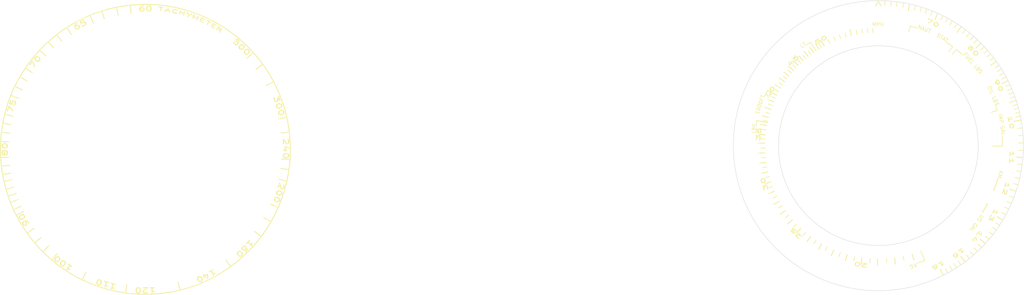
<source format=kicad_pcb>
(kicad_pcb (version 20211014) (generator pcbnew)

  (general
    (thickness 1.6)
  )

  (paper "A4")
  (layers
    (0 "F.Cu" signal)
    (31 "B.Cu" signal)
    (32 "B.Adhes" user "B.Adhesive")
    (33 "F.Adhes" user "F.Adhesive")
    (34 "B.Paste" user)
    (35 "F.Paste" user)
    (36 "B.SilkS" user "B.Silkscreen")
    (37 "F.SilkS" user "F.Silkscreen")
    (38 "B.Mask" user)
    (39 "F.Mask" user)
    (40 "Dwgs.User" user "User.Drawings")
    (41 "Cmts.User" user "User.Comments")
    (42 "Eco1.User" user "User.Eco1")
    (43 "Eco2.User" user "User.Eco2")
    (44 "Edge.Cuts" user)
    (45 "Margin" user)
    (46 "B.CrtYd" user "B.Courtyard")
    (47 "F.CrtYd" user "F.Courtyard")
    (48 "B.Fab" user)
    (49 "F.Fab" user)
    (50 "User.1" user)
    (51 "User.2" user)
    (52 "User.3" user)
    (53 "User.4" user)
    (54 "User.5" user)
    (55 "User.6" user)
    (56 "User.7" user)
    (57 "User.8" user)
    (58 "User.9" user)
  )

  (setup
    (stackup
      (layer "F.SilkS" (type "Top Silk Screen"))
      (layer "F.Paste" (type "Top Solder Paste"))
      (layer "F.Mask" (type "Top Solder Mask") (thickness 0.01))
      (layer "F.Cu" (type "copper") (thickness 0.035))
      (layer "dielectric 1" (type "core") (thickness 1.51) (material "FR4") (epsilon_r 4.5) (loss_tangent 0.02))
      (layer "B.Cu" (type "copper") (thickness 0.035))
      (layer "B.Mask" (type "Bottom Solder Mask") (thickness 0.01))
      (layer "B.Paste" (type "Bottom Solder Paste"))
      (layer "B.SilkS" (type "Bottom Silk Screen"))
      (copper_finish "None")
      (dielectric_constraints no)
    )
    (pad_to_mask_clearance 0)
    (pcbplotparams
      (layerselection 0x00010fc_ffffffff)
      (disableapertmacros false)
      (usegerberextensions false)
      (usegerberattributes true)
      (usegerberadvancedattributes true)
      (creategerberjobfile true)
      (svguseinch false)
      (svgprecision 6)
      (excludeedgelayer true)
      (plotframeref false)
      (viasonmask false)
      (mode 1)
      (useauxorigin false)
      (hpglpennumber 1)
      (hpglpenspeed 20)
      (hpglpendiameter 15.000000)
      (dxfpolygonmode true)
      (dxfimperialunits true)
      (dxfusepcbnewfont true)
      (psnegative false)
      (psa4output false)
      (plotreference true)
      (plotvalue true)
      (plotinvisibletext false)
      (sketchpadsonfab false)
      (subtractmaskfromsilk false)
      (outputformat 1)
      (mirror false)
      (drillshape 1)
      (scaleselection 1)
      (outputdirectory "")
    )
  )

  (net 0 "")

  (gr_line (start 209.673519 87.083576) (end 210.19 86.42) (layer "F.SilkS") (width 0.1) (tstamp 10106f73-449c-4fd9-957a-82144b0207dc))
  (gr_circle (center 99.42 100.51) (end 99.42 80.62) (layer "F.SilkS") (width 0.12) (fill none) (tstamp 10ccb08f-237a-47ca-8ea9-dd0effa5131d))
  (gr_line (start 190.67 85.82) (end 190.13 86.19) (layer "F.SilkS") (width 0.1) (tstamp 2dbeb40f-b68a-4219-8d14-591122903ae7))
  (gr_line (start 214.955 108.04) (end 214.285 109.16) (layer "F.SilkS") (width 0.12) (tstamp 37a2749c-dc21-444c-8833-f5b8b7c5777e))
  (gr_line (start 184.79 92.45) (end 184.44 93.18) (layer "F.SilkS") (width 0.12) (tstamp 395008ed-4f71-42a6-8b01-24fe89904474))
  (gr_line (start 200 80.18) (end 199.64 80.81) (layer "F.SilkS") (width 0.12) (tstamp 486f8657-8b69-43b4-a0e9-8a4c78506e33))
  (gr_line (start 215.472771 95.423857) (end 216.278221 95.191394) (layer "F.SilkS") (width 0.1) (tstamp 4b4f3c73-97a3-4641-b775-d7c12efe8c49))
  (gr_line (start 216.278221 95.191394) (end 216.12 94.67) (layer "F.SilkS") (width 0.1) (tstamp 5fd271e3-4f05-4692-9326-6a50fc890e32))
  (gr_line (start 210.19 86.42) (end 209.35 85.83) (layer "F.SilkS") (width 0.1) (tstamp 6bd15c79-0cad-4f22-9da2-28081cf3cb59))
  (gr_line (start 184.76 96.84) (end 183.33 96.55) (layer "F.SilkS") (width 0.12) (tstamp 7eb3a687-a7c2-40a9-b7e1-78593f00c985))
  (gr_line (start 204.38 83.59) (end 205.31 83.88) (layer "F.SilkS") (width 0.1) (tstamp 81d00705-91c2-4823-9086-18380a9e65bf))
  (gr_line (start 217.02 100.07) (end 215.56 100.07) (layer "F.SilkS") (width 0.1) (tstamp 8351b7c3-567e-4b76-adf0-be2542728bd6))
  (gr_line (start 183.33 96.55) (end 183.25 96.92) (layer "F.SilkS") (width 0.12) (tstamp 8ec55e7f-531d-437b-8216-8fbfb535d1e3))
  (gr_line (start 210.16 87.47) (end 210.71 86.82) (layer "F.SilkS") (width 0.1) (tstamp 93f5cf5f-b53e-49e2-93b1-56c6b3d24ac0))
  (gr_line (start 215.88 106.08) (end 216.41 104.48) (layer "F.SilkS") (width 0.12) (tstamp 99990b0f-5690-420f-b0c1-a0ba75246557))
  (gr_line (start 215.79 106.04) (end 215.88 106.08) (layer "F.SilkS") (width 0.12) (tstamp 9d84b658-5310-4d64-8809-c0801d2b33a3))
  (gr_line (start 185.272085 92.68194) (end 184.79 92.45) (layer "F.SilkS") (width 0.12) (tstamp a738f162-ec34-48c6-a3fd-29b1c9fc4780))
  (gr_line (start 217.02 100.07) (end 217 98.78) (layer "F.SilkS") (width 0.1) (tstamp abcf794c-b2b9-45e6-86b8-f179d8d7cb01))
  (gr_line (start 200.36 80.81) (end 200 80.18) (layer "F.SilkS") (width 0.12) (tstamp afaf56c4-337e-477d-b34d-097f4656c401))
  (gr_line (start 204.16 84.41) (end 204.38 83.59) (layer "F.SilkS") (width 0.1) (tstamp b72fb908-5bb4-49f0-b4f6-70da07629319))
  (gr_line (start 191.14 86.51) (end 190.67 85.82) (layer "F.SilkS") (width 0.1) (tstamp b9021f18-99a1-4723-8f66-ee3907474be1))
  (gr_line (start 205.29 116.16) (end 206.35 115.76) (layer "F.SilkS") (width 0.1) (tstamp babf75ee-ed24-4c7a-972d-1284dea70cdf))
  (gr_line (start 214.83 107.97) (end 214.955 108.04) (layer "F.SilkS") (width 0.12) (tstamp c2b36a9a-93e6-4e90-b5f4-8ccaf8cdd6da))
  (gr_line (start 206.03675 114.967311) (end 206.35 115.76) (layer "F.SilkS") (width 0.1) (tstamp e32616fc-c0a2-4ba3-b557-8823026b7345))
  (gr_line (start 210.71 86.82) (end 211.56 87.54) (layer "F.SilkS") (width 0.1) (tstamp f8538ac3-f196-494c-bc74-10cf525f0339))
  (gr_circle (center 200 100) (end 213.7 100) (layer "Edge.Cuts") (width 0.05) (fill none) (tstamp 0a127740-4e7c-45a4-9d1b-0275da592592))
  (gr_circle (center 200 100) (end 219.9 100) (layer "Edge.Cuts") (width 0.05) (fill none) (tstamp d19e1192-6ce8-4740-ba62-767b20e46129))
  (gr_line (start 187.80315 84.275915) (end 188.109604 84.670993) (layer "User.1") (width 0.01) (tstamp 0095a74e-535a-4f5d-bee5-964537267f24))
  (gr_line (start 219.325572 95.253184) (end 218.840005 95.372451) (layer "User.1") (width 0.01) (tstamp 0109b7d6-06a6-45ff-b3ea-eba399e093fb))
  (gr_line (start 218.502552 92.674321) (end 218.037664 92.858383) (layer "User.1") (width 0.01) (tstamp 0141aa6d-751c-4884-95c3-108da59bd555))
  (gr_line (start 215.724085 87.80315) (end 215.329007 88.109604) (layer "User.1") (width 0.01) (tstamp 01fd1068-aa9b-4aaf-82dd-bab2f6355c39))
  (gr_line (start 186.99693 84.935798) (end 187.32364 85.314296) (layer "User.1") (width 0.01) (tstamp 022f37bf-16e4-4516-ba1e-6b5bb66e25cf))
  (gr_line (start 187.315263 115.333214) (end 187.633975 114.947957) (layer "User.1") (width 0.01) (tstamp 036810e6-aef5-4e73-89b8-0b5f6192a878))
  (gr_line (start 219.465137 104.137443) (end 218.976063 104.033487) (layer "User.1") (width 0.01) (tstamp 038c646b-9622-46f8-97e1-229329321ac8))
  (gr_line (start 219.37422 95.455818) (end 218.887431 95.569993) (layer "User.1") (width 0.01) (tstamp 03a4c31d-fdb2-49f4-92bf-260135b6a7b5))
  (gr_line (start 191.905941 81.820445) (end 192.251667 82.596959) (layer "User.1") (width 0.02) (tstamp 05c54414-1b8e-4baa-870a-bbc8ffb29da2))
  (gr_line (start 216.221043 88.472305) (end 215.813479 88.761946) (layer "User.1") (width 0.01) (tstamp 075c98c4-a0f7-4797-8e70-01bb6ecf19e2))
  (gr_line (start 216.099438 88.303073) (end 215.411774 88.80269) (layer "User.1") (width 0.02) (tstamp 07666bfd-56e2-4258-93f6-42d9a2ec94d1))
  (gr_line (start 186.99693 115.064202) (end 187.32364 114.685704) (layer "User.1") (width 0.01) (tstamp 07b8ea9f-0a28-4b53-96ad-33d14f3b39de))
  (gr_line (start 183.659131 111.3572) (end 184.069706 111.071843) (layer "User.1") (width 0.01) (tstamp 0829f45c-4106-47fd-a27f-3ff27f6b5eec))
  (gr_line (start 219.895636 99.583246) (end 219.395746 99.593717) (layer "User.1") (width 0.01) (tstamp 084be43c-f532-48b0-9585-4fef008c4d22))
  (gr_line (start 207.519032 118.424825) (end 207.330112 117.96189) (layer "User.1") (width 0.01) (tstamp 087021bb-8282-487b-879f-dda56c1db17a))
  (gr_line (start 189.691263 117.021749) (end 189.950277 116.594067) (layer "User.1") (width 0.01) (tstamp 08801e2a-df89-4131-92c4-46c716a789dc))
  (gr_line (start 218.989383 105.950912) (end 218.512263 105.801392) (layer "User.1") (width 0.01) (tstamp 088770d4-3bf7-4e4e-9779-65d7cbe26c33))
  (gr_line (start 200 119.9) (end 200 119.4) (layer "User.1") (width 0.01) (tstamp 088d4235-3ac9-4e57-9e24-4a2ca39d9384))
  (gr_line (start 184.023932 111.864875) (end 184.425341 111.566763) (layer "User.1") (width 0.01) (tstamp 08f2befb-0a84-456c-ae17-50e0310ad2ff))
  (gr_line (start 182.871234 89.870076) (end 183.301605 90.124597) (layer "User.1") (width 0.01) (tstamp 09002ace-9b53-4883-9ef0-2c9a06ee27ba))
  (gr_line (start 190.59624 82.462061) (end 190.832515 82.902713) (layer "User.1") (width 0.01) (tstamp 09c60292-ed93-4758-aa0f-372d45607c51))
  (gr_line (start 191.15176 82.175336) (end 191.374078 82.623192) (layer "User.1") (width 0.01) (tstamp 0a1f17c6-fa38-42da-ae59-9361da817a44))
  (gr_line (start 201.041486 119.872728) (end 201.015318 119.373413) (layer "User.1") (width 0.01) (tstamp 0a2ec9eb-8726-4093-89fc-cdd3e04e0ce0))
  (gr_line (start 200.833326 80.117456) (end 200.812388 80.617017) (layer "User.1") (width 0.01) (tstamp 0aa0e64f-0415-4824-8a65-efbe5e5091b9))
  (gr_circle (center 200 100) (end 200.1 100) (layer "User.1") (width 0.1) (fill none) (tstamp 0b161dbf-9038-4443-bd96-4069f467db1c))
  (gr_line (start 200.208389 80.101091) (end 200.203153 80.601064) (layer "User.1") (width 0.01) (tstamp 0b40b1ee-5673-4d9c-bec8-f15a20edc776))
  (gr_line (start 191.905941 81.820445) (end 192.109309 82.277218) (layer "User.1") (width 0.01) (tstamp 0b510ace-d528-443e-919a-deb092e9f976))
  (gr_line (start 212.19685 115.724085) (end 211.890396 115.329007) (layer "User.1") (width 0.01) (tstamp 0b8a4eb8-485e-41a8-94b3-d9f71b4c1317))
  (gr_line (start 183.087135 110.48642) (end 183.512081 110.222942) (layer "User.1") (width 0.01) (tstamp 0be7be48-27d1-4e90-9232-09e52aea022a))
  (gr_line (start 199.583246 80.104364) (end 199.593717 80.604254) (layer "User.1") (width 0.01) (tstamp 0c875a85-1b5d-4fd1-9f50-bcde885df3f0))
  (gr_line (start 187.155392 84.800459) (end 187.478121 85.182357) (layer "User.1") (width 0.01) (tstamp 0ce8e613-783e-4d64-8859-75fdc1437d08))
  (gr_line (start 208.094059 81.820445) (end 207.748333 82.596959) (layer "User.1") (width 0.02) (tstamp 0d24a895-aee5-4f59-9dcb-bcaba65e0645))
  (gr_line (start 203.318698 80.378679) (end 203.235314 80.871677) (layer "User.1") (width 0.01) (tstamp 0d86ff84-a1da-47b9-b108-5f7779bef7a2))
  (gr_line (start 197.092948 80.313481) (end 197.16599 80.808117) (layer "User.1") (width 0.01) (tstamp 0dce220e-25f8-4413-873a-aa535dffe691))
  (gr_line (start 206.149438 118.926025) (end 205.99493 118.450497) (layer "User.1") (width 0.01) (tstamp 0e1306a9-5ae7-408b-aef8-966c987ac003))
  (gr_line (start 208.84824 117.824664) (end 208.625922 117.376808) (layer "User.1") (width 0.01) (tstamp 0e62f967-398f-4120-afc7-fa0f76c20f63))
  (gr_line (start 216.099438 88.303073) (end 215.69493 88.596966) (layer "User.1") (width 0.01) (tstamp 0e889ce0-25b2-4070-930e-5d0759618873))
  (gr_line (start 182.462061 109.40376) (end 182.902713 109.167485) (layer "User.1") (width 0.01) (tstamp 0ecc4740-b73f-4035-bcff-c0e48eef7f2f))
  (gr_line (start 212.523476 115.465205) (end 212.208816 115.076632) (layer "User.1") (width 0.01) (tstamp 0f33c3be-7d86-4b98-8c24-7c0a0a47fa23))
  (gr_line (start 180.949342 94.248267) (end 181.428002 94.392783) (layer "User.1") (width 0.01) (tstamp 0fe43991-182e-4c80-a587-addf6b6bd81c))
  (gr_line (start 188.987508 116.575133) (end 189.264204 116.158672) (layer "User.1") (width 0.01) (tstamp 0fe5ed1d-019b-4c97-a594-617c52e09f69))
  (gr_line (start 180.534863 95.862557) (end 181.366288 96.039282) (layer "User.1") (width 0.02) (tstamp 10049665-96a4-460c-8a37-5532a68f7528))
  (gr_line (start 189.161683 83.310456) (end 189.434003 83.729791) (layer "User.1") (width 0.01) (tstamp 102ff859-0135-42ce-896d-4d2c86d1426c))
  (gr_line (start 180.313481 102.907052) (end 180.808117 102.83401) (layer "User.1") (width 0.01) (tstamp 106033f6-c369-494c-9dd4-01d2dec2c55f))
  (gr_line (start 219.743083 97.505869) (end 219.247026 97.568536) (layer "User.1") (width 0.01) (tstamp 106c1f55-376a-4ab9-8dab-dfcfc32a9446))
  (gr_line (start 205.150499 80.778076) (end 205.021089 81.261039) (layer "User.1") (width 0.01) (tstamp 10b8d183-4928-494a-a352-2749aaf2947e))
  (gr_line (start 183.087135 89.51358) (end 183.512081 89.777058) (layer "User.1") (width 0.01) (tstamp 10d879be-63d8-488d-a492-104f7d43ff6a))
  (gr_line (start 198.958514 119.872728) (end 198.984682 119.373413) (layer "User.1") (width 0.01) (tstamp 117240da-1e15-4274-8cdf-0e1b551cb717))
  (gr_line (start 204.137443 80.534863) (end 203.960718 81.366288) (layer "User.1") (width 0.02) (tstamp 119a9d20-be00-47c5-bb61-3f5db3076b7d))
  (gr_line (start 185.636971 86.226351) (end 185.997851 86.572423) (layer "User.1") (width 0.01) (tstamp 121836ea-8ee2-45cf-aecf-17abf71e1226))
  (gr_line (start 213.315699 114.788582) (end 212.746938 114.156909) (layer "User.1") (width 0.02) (tstamp 13690558-ab75-48a8-a4aa-6ae33ab6e21f))
  (gr_line (start 180.127272 101.041486) (end 180.626587 101.015318) (layer "User.1") (width 0.01) (tstamp 13ef4ee7-5961-46bb-b657-3574946bc6ce))
  (gr_line (start 198.127245 119.811683) (end 198.174299 119.313902) (layer "User.1") (width 0.01) (tstamp 13f80155-ef6e-4650-bf67-2a401910b5ac))
  (gr_line (start 181.820445 91.905941) (end 182.596959 92.251667) (layer "User.1") (width 0.02) (tstamp 145b2f6c-597c-4a1b-ae70-100fbbcc1ed5))
  (gr_line (start 180.188317 98.127245) (end 180.686098 98.174299) (layer "User.1") (width 0.01) (tstamp 14d748fe-5f56-4af0-98b5-712d20bb91bc))
  (gr_line (start 210.129924 82.871234) (end 209.875403 83.301605) (layer "User.1") (width 0.01) (tstamp 1527fb13-15c6-4e20-a5cc-c2cf0f3efa63))
  (gr_line (start 192.868478 81.42175) (end 193.047662 81.88854) (layer "User.1") (width 0.01) (tstamp 158f8b24-507e-400b-a738-cd6184ff4e87))
  (gr_line (start 192.868478 118.57825) (end 193.047662 118.11146) (layer "User.1") (width 0.01) (tstamp 15cf8e3c-346a-47df-8cf4-20ce1c9d6e6e))
  (gr_line (start 195.455818 80.62578) (end 195.569993 81.112569) (layer "User.1") (width 0.01) (tstamp 1698b113-f6bb-4020-a0c2-4d13006bcf7a))
  (gr_line (start 203.728888 119.547516) (end 203.635197 119.056372) (layer "User.1") (width 0.01) (tstamp 17e8a3c1-46c6-48cd-95b8-bd1b5abaffb3))
  (gr_line (start 217.916344 91.338901) (end 217.466185 91.556517) (layer "User.1") (width 0.01) (tstamp 1898c9a3-6466-4071-a31b-8f71570d427f))
  (gr_line (start 195.658949 80.579256) (end 195.768021 81.067214) (layer "User.1") (width 0.01) (tstamp 18b1a67e-6398-4a7b-b920-2d39d7eec55b))
  (gr_line (start 181.010617 105.950912) (end 181.487737 105.801392) (layer "User.1") (width 0.01) (tstamp 191386d7-ef26-4459-be73-acef500e45f6))
  (gr_line (start 180.725195 104.948929) (end 181.209487 104.824584) (layer "User.1") (width 0.01) (tstamp 19393ff9-9689-4d28-af83-2349bb60635a))
  (gr_line (start 211.864875 115.976068) (end 211.566763 115.574659) (layer "User.1") (width 0.01) (tstamp 19a6cd9d-e7ad-4422-9811-9b63996e3ead))
  (gr_line (start 186.684301 85.211418) (end 187.018866 85.58299) (layer "User.1") (width 0.01) (tstamp 1a4b7964-a00a-4557-8081-791a244d7069))
  (gr_line (start 196.476014 119.585493) (end 196.564556 119.093395) (layer "User.1") (width 0.01) (tstamp 1a658a11-d5fe-4631-bc12-8c747ef32371))
  (gr_line (start 214.363029 113.773649) (end 214.002149 113.427577) (layer "User.1") (width 0.01) (tstamp 1a79866a-8792-4c55-887d-8e5ed6d8a984))
  (gr_line (start 214.363029 86.226351) (end 214.002149 86.572423) (layer "User.1") (width 0.01) (tstamp 1b6cf4f8-f2a5-4953-afac-5284d7543370))
  (gr_line (start 207.903243 118.263317) (end 207.704669 117.80444) (layer "User.1") (width 0.01) (tstamp 1bde6301-f587-4e6f-ac38-23cff670d2ae))
  (gr_line (start 219.9 100) (end 219.4 100) (layer "User.1") (width 0.01) (tstamp 1c1cc958-6877-46ba-adb5-3d9937652295))
  (gr_line (start 219.686519 102.907052) (end 219.191883 102.83401) (layer "User.1") (width 0.01) (tstamp 1c5d176a-7d09-41ef-a068-b5403531704a))
  (gr_line (start 180.256917 97.505869) (end 180.752974 97.568536) (layer "User.1") (width 0.01) (tstamp 1c75fe14-3281-4b29-b2c5-a9242a957f25))
  (gr_line (start 188.6428 83.659131) (end 188.928157 84.069706) (layer "User.1") (width 0.01) (tstamp 1da961fb-151d-4eb5-961f-b4f0cbaac5a5))
  (gr_line (start 213.773649 85.636971) (end 213.427577 85.997851) (layer "User.1") (width 0.01) (tstamp 1ea3c174-e1a0-46c6-b10b-7d96598284c6))
  (gr_line (start 219.890181 99.374926) (end 219.390428 99.390631) (layer "User.1") (width 0.01) (tstamp 1f208f44-a7c6-40e3-8b6a-cdd0dd322cf8))
  (gr_line (start 199.166674 119.882544) (end 199.187612 119.382983) (layer "User.1") (width 0.01) (tstamp 1fa3f7be-1add-4e2a-9d01-70b46f6c05c2))
  (gr_line (start 201.45744 80.153442) (end 201.420821 80.652099) (layer "User.1") (width 0.01) (tstamp 1fc22aec-96f4-4a94-85e5-1db2cf735347))
  (gr_line (start 199.374926 119.890181) (end 199.390631 119.390428) (layer "User.1") (width 0.01) (tstamp 1fca4c5a-882c-430c-af34-334309a13af0))
  (gr_line (start 183.424867 111.012492) (end 183.841328 110.735796) (layer "User.1") (width 0.01) (tstamp 1fcd479b-3843-44e9-9d00-02c706758e1c))
  (gr_line (start 183.424867 88.987508) (end 183.841328 89.264204) (layer "User.1") (width 0.01) (tstamp 21e8a7b0-f04a-43bc-a2da-b63688800be8))
  (gr_line (start 195.051071 119.274805) (end 195.175416 118.790513) (layer "User.1") (width 0.01) (tstamp 21ee3cd0-a74a-489e-a375-482946c17884))
  (gr_line (start 215.465205 87.476524) (end 215.076632 87.791184) (layer "User.1") (width 0.01) (tstamp 22335924-f683-4cbf-9d46-34e07d025e90))
  (gr_line (start 190.05 82.766094) (end 190.475 83.502216) (layer "User.1") (width 0.02) (tstamp 2258c453-7775-450a-95eb-9279f060c72c))
  (gr_line (start 218.926025 106.149438) (end 218.117627 105.886774) (layer "User.1") (width 0.02) (tstamp 229ebd9e-755e-4dd8-aad8-834f816ff161))
  (gr_line (start 204.948929 119.274805) (end 204.824584 118.790513) (layer "User.1") (width 0.01) (tstamp 22c5a684-3757-4f63-8a56-dd58000cbede))
  (gr_line (start 193.65271 118.860591) (end 193.81219 118.386707) (layer "User.1") (width 0.01) (tstamp 22dc485d-eb08-465c-96c7-7baab1920cf7))
  (gr_line (start 194.248267 119.050658) (end 194.392783 118.571998) (layer "User.1") (width 0.01) (tstamp 23183d4c-ee33-4326-9485-fa6032ed6ec5))
  (gr_line (start 202.287249 119.768118) (end 202.22978 119.271432) (layer "User.1") (width 0.01) (tstamp 233effdb-6ce9-444c-9ece-a250b0ebd0dd))
  (gr_line (start 193.063416 118.651912) (end 193.237702 118.183271) (layer "User.1") (width 0.01) (tstamp 23e5f1af-06ae-47d5-b257-ca6afaabe316))
  (gr_line (start 180.674428 104.746816) (end 181.159995 104.627549) (layer "User.1") (width 0.01) (tstamp 23f0dd22-0ec4-4d1b-b8de-026bb1b6880b))
  (gr_line (start 197.505869 80.256917) (end 197.568536 80.752974) (layer "User.1") (width 0.01) (tstamp 2480b3f3-d0fa-4827-b5e3-ad3c6260bf7b))
  (gr_line (start 219.846558 101.45744) (end 219.347901 101.420821) (layer "User.1") (width 0.01) (tstamp 24cbf54e-c7d8-4a7b-afbb-b238677aee62))
  (gr_line (start 190.413102 82.561497) (end 190.653979 82.99965) (layer "User.1") (width 0.01) (tstamp 25052822-1be9-469e-91e3-a55ec1e2c5e8))
  (gr_line (start 191.716012 118.093799) (end 191.924152 117.639181) (layer "User.1") (width 0.01) (tstamp 25ead6f4-1087-4ed7-9811-53155e18969a))
  (gr_line (start 202.494131 80.256917) (end 202.431464 80.752974) (layer "User.1") (width 0.01) (tstamp 2652fa57-1afd-4992-87ce-71566108c3fa))
  (gr_line (start 185.493524 86.377513) (end 185.858008 86.719787) (layer "User.1") (width 0.01) (tstamp 27d4fff2-f6eb-45bb-8da0-f672ead6d403))
  (gr_line (start 181.820445 108.094059) (end 182.277218 107.890691) (layer "User.1") (width 0.01) (tstamp 27d8e2f9-5716-4120-a78c-a1ca75e95e5d))
  (gr_line (start 206.936584 81.348088) (end 206.762298 81.816729) (layer "User.1") (width 0.01) (tstamp 28c39774-ef11-4865-ab55-872a46d1c77a))
  (gr_line (start 190.780409 117.635451) (end 191.012057 117.192349) (layer "User.1") (width 0.01) (tstamp 290106ab-e65b-4a63-86b5-afcd1a08dd09))
  (gr_line (start 180.579256 104.341051) (end 181.067214 104.231979) (layer "User.1") (width 0.01) (tstamp 298f9766-6167-47df-9eec-a476bf03e66f))
  (gr_line (start 211.696927 83.900562) (end 211.19731 84.588226) (layer "User.1") (width 0.02) (tstamp 2a7b72bc-7f78-4164-8887-45d46eae1ba2))
  (gr_line (start 186.0767 114.218006) (end 186.426532 113.86077) (layer "User.1") (width 0.01) (tstamp 2b014e4a-fe02-44bf-8277-22eef2dd476e))
  (gr_line (start 198.958514 80.127272) (end 198.984682 80.626587) (layer "User.1") (width 0.01) (tstamp 2b352c1b-b237-4f1a-8705-a5ef4e54cec4))
  (gr_line (start 180.378679 103.318698) (end 180.871677 103.235314) (layer "User.1") (width 0.01) (tstamp 2b5d567d-7ca6-466a-81d1-826efbb1744f))
  (gr_line (start 200.208389 119.898909) (end 200.203153 119.398936) (layer "User.1") (width 0.01) (tstamp 2c950ac5-05ba-47cf-81a9-8ed3c729dec4))
  (gr_line (start 218.093799 108.283988) (end 217.639181 108.075848) (layer "User.1") (width 0.01) (tstamp 2cf3ec2a-6fbc-4bf0-839c-bf724d5df0ef))
  (gr_line (start 209.219591 82.364549) (end 208.987943 82.807651) (layer "User.1") (width 0.01) (tstamp 2d30e910-4145-40d6-b6a2-bce368bb1893))
  (gr_line (start 180.101091 99.791611) (end 180.601064 99.796847) (layer "User.1") (width 0.01) (tstamp 2dddbacd-dcea-4f4f-a1a9-c5bff9f9960d))
  (gr_line (start 180.127272 98.958514) (end 180.626587 98.984682) (layer "User.1") (width 0.01) (tstamp 2dee2a81-cb8a-4cff-99f6-c7a09fe3c4fe))
  (gr_line (start 184.149055 87.968478) (end 184.54732 88.270778) (layer "User.1") (width 0.01) (tstamp 2e33bd4d-bd9a-489e-a7ae-790e4a5dbe67))
  (gr_line (start 196.066619 119.507396) (end 196.165448 119.01726) (layer "User.1") (width 0.01) (tstamp 2e82147d-0734-46b5-96d2-601b208b505b))
  (gr_line (start 216.458903 111.185459) (end 216.045363 110.904417) (layer "User.1") (width 0.01) (tstamp 2ecb3e2a-570d-464b-b6af-5434b1c5a68b))
  (gr_line (start 199.791611 80.101091) (end 199.796847 80.601064) (layer "User.1") (width 0.01) (tstamp 2ef92cf2-98f1-4357-a33f-24e292720751))
  (gr_line (start 209.768985 117.337155) (end 209.523533 116.901548) (layer "User.1") (width 0.01) (tstamp 2fdb1ece-ebf7-4c65-910d-7dd3f2f27766))
  (gr_line (start 218.989383 94.049088) (end 218.512263 94.198608) (layer "User.1") (width 0.01) (tstamp 3045c37d-ef84-4dbe-bc3a-29de1fa61a20))
  (gr_line (start 219.166935 94.648496) (end 218.685354 94.782956) (layer "User.1") (width 0.01) (tstamp 307a4af5-b576-4dca-8028-c3daf9caa849))
  (gr_line (start 194.448077 80.890156) (end 194.587573 81.370303) (layer "User.1") (width 0.01) (tstamp 30ae0a27-61d8-4fe9-bf14-cce0385a8780))
  (gr_line (start 218.263317 107.903243) (end 217.80444 107.704669) (layer "User.1") (width 0.01) (tstamp 315e7b62-6977-4138-a8bd-974e667dda98))
  (gr_line (start 180.414507 103.523986) (end 180.906605 103.435444) (layer "User.1") (width 0.01) (tstamp 3170e5de-53eb-44f7-99dc-88750dd1e679))
  (gr_line (start 196.476014 80.414507) (end 196.564556 80.906605) (layer "User.1") (width 0.01) (tstamp 318ce909-26c8-408e-8a91-e05af2073ef7))
  (gr_line (start 185.07279 113.160106) (end 185.447846 112.82945) (layer "User.1") (width 0.01) (tstamp 31b16b7b-0b26-4c3b-ab55-27f079c2b4c3))
  (gr_line (start 210.662953 83.197874) (end 210.39504 83.620038) (layer "User.1") (width 0.01) (tstamp 31f17c98-6dd6-4d77-80fb-4994399fc7b5))
  (gr_line (start 190.05 117.233906) (end 190.3 116.800893) (layer "User.1") (width 0.01) (tstamp 322547f0-31f4-46cd-91fe-7127ac43b995))
  (gr_line (start 219.621321 103.318698) (end 219.128323 103.235314) (layer "User.1") (width 0.01) (tstamp 32bf46b9-e183-4b92-bfc6-86143a32bb01))
  (gr_line (start 205.950912 81.010617) (end 205.801392 81.487737) (layer "User.1") (width 0.01) (tstamp 32c94a91-972f-4ebc-a2f5-95ebb7e8a7ff))
  (gr_line (start 193.850562 81.073975) (end 194.00507 81.549503) (layer "User.1") (width 0.01) (tstamp 32d4fc21-4ee1-44bb-8d7d-d57069e54720))
  (gr_line (start 181.139409 93.65271) (end 181.613293 93.81219) (layer "User.1") (width 0.01) (tstamp 332084a0-27f7-4361-b89e-4b4956680cdb))
  (gr_line (start 212.031522 84.149055) (end 211.729222 84.54732) (layer "User.1") (width 0.01) (tstamp 338ca61a-d7ff-4a56-881f-ccb6ffc0fae0))
  (gr_line (start 199.166674 80.117456) (end 199.187612 80.617017) (layer "User.1") (width 0.01) (tstamp 33a9cf29-b719-46e8-866f-6f9203e938ee))
  (gr_line (start 180.209014 97.919884) (end 180.706275 97.972148) (layer "User.1") (width 0.01) (tstamp 33b2186c-cd29-456c-ab72-d27a50f5ce9f))
  (gr_line (start 219.811683 101.872755) (end 219.313902 101.825701) (layer "User.1") (width 0.01) (tstamp 340f36d4-02b3-44ba-943c-82cdd9a708fe))
  (gr_line (start 210.48642 116.912865) (end 210.222942 116.487919) (layer "User.1") (width 0.01) (tstamp 3529c189-014a-4993-838f-16542bae4508))
  (gr_line (start 195.862557 80.534863) (end 195.966513 81.023937) (layer "User.1") (width 0.01) (tstamp 3577a541-9d52-4d77-addf-780580c59955))
  (gr_line (start 181.654923 92.28844) (end 182.115855 92.482198) (layer "User.1") (width 0.01) (tstamp 3600e4a2-a1cb-4196-8b17-54eeb5a3849c))
  (gr_line (start 180.104364 100.416754) (end 180.604254 100.406283) (layer "User.1") (width 0.01) (tstamp 37629d8d-217d-4e96-9da5-8086ad3f2533))
  (gr_line (start 196.271112 119.547516) (end 196.364803 119.056372) (layer "User.1") (width 0.01) (tstamp 3763202e-57e0-4ca8-a7c1-e7510b808644))
  (gr_line (start 181.906201 91.716012) (end 182.360819 91.924152) (layer "User.1") (width 0.01) (tstamp 3837db46-a2f5-4db5-adce-348ecfc01292))
  (gr_line (start 191.716012 81.906201) (end 191.924152 82.360819) (layer "User.1") (width 0.01) (tstamp 386a35f5-50d2-44ff-bc15-50e284e22109))
  (gr_line (start 211.012492 83.424867) (end 210.735796 83.841328) (layer "User.1") (width 0.01) (tstamp 38e02156-263e-41ca-9e8d-7e492275e599))
  (gr_line (start 193.850562 118.926025) (end 194.00507 118.450497) (layer "User.1") (width 0.01) (tstamp 392e5e5a-f266-4e51-86b1-2361c9932c06))
  (gr_line (start 185.636971 113.773649) (end 185.997851 113.427577) (layer "User.1") (width 0.01) (tstamp 398e0303-8495-4af1-804a-27f74ad1971d))
  (gr_line (start 184.800459 87.155392) (end 185.182357 87.478121) (layer "User.1") (width 0.01) (tstamp 39c5503f-4300-4534-95f5-f1c7f1fbd848))
  (gr_line (start 218.093799 91.716012) (end 217.639181 91.924152) (layer "User.1") (width 0.01) (tstamp 3a7db54a-17be-4a12-8b95-3062039742aa))
  (gr_line (start 194.448077 119.109844) (end 194.587573 118.629697) (layer "User.1") (width 0.01) (tstamp 3b8a2682-c48f-4ccc-bd60-f0d383526789))
  (gr_line (start 180.674428 95.253184) (end 181.159995 95.372451) (layer "User.1") (width 0.01) (tstamp 3bc934f6-ad66-4a37-b0e6-b3c4e11e2c5a))
  (gr_line (start 187.968478 84.149055) (end 188.270778 84.54732) (layer "User.1") (width 0.01) (tstamp 3c1c6b2f-c32c-4c6d-bbbf-70b76a0ef759))
  (gr_line (start 218.006058 91.526992) (end 217.553644 91.739882) (layer "User.1") (width 0.01) (tstamp 3c5cbc38-4159-4743-b271-33cfd0d7a53c))
  (gr_line (start 217.537939 90.59624) (end 217.097287 90.832515) (layer "User.1") (width 0.01) (tstamp 3c8dcd68-4269-46ea-a340-8c385c6c1faa))
  (gr_line (start 218.263317 92.096757) (end 217.80444 92.295331) (layer "User.1") (width 0.01) (tstamp 3c91172d-e54e-40d6-9171-0180495851c1))
  (gr_line (start 180.452484 103.728888) (end 180.943628 103.635197) (layer "User.1") (width 0.01) (tstamp 3cb584f5-f98f-4154-86cf-16c0305029ea))
  (gr_line (start 197.092948 119.686519) (end 197.16599 119.191883) (layer "User.1") (width 0.01) (tstamp 3d4c6e17-b5bd-4f29-9086-1ba99f1d484f))
  (gr_line (start 216.458903 88.814541) (end 216.045363 89.095583) (layer "User.1") (width 0.01) (tstamp 3d8b0eda-a068-486e-99ab-8fc4242965ba))
  (gr_line (start 219.9 100) (end 219.05 100) (layer "User.1") (width 0.02) (tstamp 3dd28fbe-a673-4384-be6c-02cd06b6f6a5))
  (gr_line (start 186.684301 114.788582) (end 187.018866 114.41701) (layer "User.1") (width 0.01) (tstamp 3df08d7b-f358-4b74-8238-18b98bd2e0a2))
  (gr_line (start 213.622487 85.493524) (end 213.280213 85.858008) (layer "User.1") (width 0.01) (tstamp 3e12da4b-95f1-4065-a28e-c2eefd1fab6c))
  (gr_line (start 190.59624 117.537939) (end 190.832515 117.097287) (layer "User.1") (width 0.01) (tstamp 3e25a116-ce53-465f-a8aa-1a247142cd37))
  (gr_line (start 192.096757 118.263317) (end 192.295331 117.80444) (layer "User.1") (width 0.01) (tstamp 3e79be11-053a-469f-9cf8-b23086fe9d5a))
  (gr_line (start 217.337155 109.768985) (end 216.901548 109.523533) (layer "User.1") (width 0.01) (tstamp 3f0b7f9c-6a35-43b7-ab93-ffcd3b7ef792))
  (gr_line (start 180.833065 105.351504) (end 181.314646 105.217044) (layer "User.1") (width 0.01) (tstamp 3f15c735-59c9-499a-a86b-1ec599890d24))
  (gr_line (start 182.175336 108.84824) (end 182.623192 108.625922) (layer "User.1") (width 0.01) (tstamp 3f407081-a4b1-4b1c-85b5-663a1164b2db))
  (gr_line (start 184.666786 112.684737) (end 185.052043 112.366025) (layer "User.1") (width 0.01) (tstamp 3f5ca19b-dbb3-41d8-9b34-87815a102fc5))
  (gr_line (start 182.766094 109.95) (end 183.502216 109.525) (layer "User.1") (width 0.02) (tstamp 400203e8-e709-4f1f-9fba-fee70a669868))
  (gr_line (start 219.830208 98.334811) (end 219.331962 98.37665) (layer "User.1") (width 0.01) (tstamp 40c8459e-4237-485f-a2a6-fe9d6550c2b5))
  (gr_line (start 219.790986 97.919884) (end 219.293725 97.972148) (layer "User.1") (width 0.01) (tstamp 414dcd15-3c22-4871-9ff5-92f2c2bbaf2e))
  (gr_line (start 186.684301 85.211418) (end 187.253062 85.843091) (layer "User.1") (width 0.02) (tstamp 4190a7b4-97a3-4ce9-a1e9-c875137040af))
  (gr_line (start 196.681302 80.378679) (end 196.764686 80.871677) (layer "User.1") (width 0.01) (tstamp 41bc1aae-ce8c-4fe5-a8d5-ce901fa2b081))
  (gr_line (start 198.127245 80.188317) (end 198.174299 80.686098) (layer "User.1") (width 0.01) (tstamp 42146b91-aca0-4b75-80a7-7aa4643d0777))
  (gr_line (start 189.870076 117.128766) (end 190.124597 116.698395) (layer "User.1") (width 0.01) (tstamp 42b7bc16-32cb-4a2f-8a3d-25b8d84925fe))
  (gr_line (start 209.034411 82.26897) (end 208.807416 82.714473) (layer "User.1") (width 0.01) (tstamp 42eb6321-3c21-4388-92d7-6b88f7915497))
  (gr_line (start 183.778957 111.527695) (end 184.186521 111.238054) (layer "User.1") (width 0.01) (tstamp 42ef64c3-9533-473f-ad85-bd1e7d7fe901))
  (gr_line (start 219.274805 95.051071) (end 218.790513 95.175416) (layer "User.1") (width 0.01) (tstamp 433bd694-e366-4545-9eca-0c16dba1b033))
  (gr_line (start 181.348088 93.063416) (end 181.816729 93.237702) (layer "User.1") (width 0.01) (tstamp 438e97cb-22f6-464b-be37-7ebc26d3029d))
  (gr_line (start 218.424825 107.519032) (end 217.96189 107.330112) (layer "User.1") (width 0.01) (tstamp 43af91ee-ee80-4fd6-8bb0-fa018f42c6bd))
  (gr_line (start 206.34729 81.139409) (end 206.18781 81.613293) (layer "User.1") (width 0.01) (tstamp 450573fe-4d20-4604-b7c1-27fe7da779d2))
  (gr_line (start 180.492604 103.933381) (end 180.98274 103.834552) (layer "User.1") (width 0.01) (tstamp 455019b2-7ff7-4e4c-8b9d-bd1b3bdd11cf))
  (gr_line (start 184.149055 112.031522) (end 184.54732 111.729222) (layer "User.1") (width 0.01) (tstamp 455f462e-0338-4f20-be8b-5ae03146ae43))
  (gr_line (start 185.493524 113.622487) (end 185.858008 113.280213) (layer "User.1") (width 0.01) (tstamp 4560aaf0-0196-42b2-a353-2ef64a213a20))
  (gr_line (start 196.066619 80.492604) (end 196.165448 80.98274) (layer "User.1") (width 0.01) (tstamp 45819b40-0faa-4738-87bb-d6086249107f))
  (gr_line (start 205.551923 119.109844) (end 205.412427 118.629697) (layer "User.1") (width 0.01) (tstamp 461feac3-5c80-4471-a6b5-1ceb920f1357))
  (gr_line (start 183.778957 88.472305) (end 184.186521 88.761946) (layer "User.1") (width 0.01) (tstamp 46f4d914-45f4-4aef-bfd8-72f04296b45d))
  (gr_line (start 182.978251 89.691263) (end 183.405933 89.950277) (layer "User.1") (width 0.01) (tstamp 4903c9f7-c9a8-4ee6-b6b8-bdee207f2b85))
  (gr_line (start 180.117456 100.833326) (end 180.617017 100.812388) (layer "User.1") (width 0.01) (tstamp 492251e6-e2dd-4748-b723-37eef2b5293f))
  (gr_line (start 189.337047 83.197874) (end 189.60496 83.620038) (layer "User.1") (width 0.01) (tstamp 495d82c2-9a62-4301-8001-b062b90efcc2))
  (gr_line (start 216.340869 88.6428) (end 215.930294 88.928157) (layer "User.1") (width 0.01) (tstamp 49d641dd-0ce2-4513-9598-9a21786b883b))
  (gr_line (start 190.780409 82.364549) (end 191.012057 82.807651) (layer "User.1") (width 0.01) (tstamp 4b11a949-8081-4448-9a6e-ac593295c84f))
  (gr_line (start 210.129924 117.128766) (end 209.875403 116.698395) (layer "User.1") (width 0.01) (tstamp 4b30c55a-462b-4700-bd38-3c2928b88b30))
  (gr_line (start 185.928575 114.071425) (end 186.282128 113.717872) (layer "User.1") (width 0.01) (tstamp 4c12ffc3-f579-43a0-9ade-0f7f222fabba))
  (gr_line (start 219.846558 98.54256) (end 219.347901 98.579179) (layer "User.1") (width 0.01) (tstamp 4cfea057-2901-44aa-950e-3ec825bd29fa))
  (gr_line (start 180.949342 105.751733) (end 181.428002 105.607217) (layer "User.1") (width 0.01) (tstamp 4d151cdd-7140-4e53-bed9-90485ea3a308))
  (gr_line (start 185.781994 113.9233) (end 186.13923 113.573468) (layer "User.1") (width 0.01) (tstamp 4d57e3d3-8693-40ef-8525-3be59a89f2f5))
  (gr_line (start 182.175336 91.15176) (end 182.623192 91.374078) (layer "User.1") (width 0.01) (tstamp 4d69598e-482f-42d4-920d-f5764326a4f7))
  (gr_line (start 212.684737 115.333214) (end 212.366025 114.947957) (layer "User.1") (width 0.01) (tstamp 4e0e19dc-7d74-4cf7-af16-acb0bbacf2a4))
  (gr_line (start 213.773649 114.363029) (end 213.427577 114.002149) (layer "User.1") (width 0.01) (tstamp 4eae528a-857d-48a2-9bab-ac0c07ffdbd8))
  (gr_line (start 214.506476 113.622487) (end 214.141992 113.280213) (layer "User.1") (width 0.01) (tstamp 4ebb211e-2d6c-4e0e-b2b6-663d56e4eda2))
  (gr_line (start 213.00307 115.064202) (end 212.67636 114.685704) (layer "User.1") (width 0.01) (tstamp 4f47cb94-45cb-4fc3-bd24-74c86b64e24e))
  (gr_line (start 219.890181 100.625074) (end 219.390428 100.609369) (layer "User.1") (width 0.01) (tstamp 4f983278-a7bf-4095-b77e-a6f917758926))
  (gr_line (start 216.340869 111.3572) (end 215.930294 111.071843) (layer "User.1") (width 0.01) (tstamp 500ac55f-054f-40a9-a818-10a74a575c5c))
  (gr_line (start 204.746816 119.325572) (end 204.627549 118.840005) (layer "User.1") (width 0.01) (tstamp 503c47d2-49a1-4595-93a4-afc26aeff5f4))
  (gr_line (start 187.639159 84.4045) (end 187.949733 84.796347) (layer "User.1") (width 0.01) (tstamp 5058295a-98cf-473f-9f3e-ec67c10d64aa))
  (gr_line (start 219.585493 103.523986) (end 219.093395 103.435444) (layer "User.1") (width 0.01) (tstamp 50874022-4ab3-428c-9241-469686fd2308))
  (gr_line (start 215.976068 111.864875) (end 215.574659 111.566763) (layer "User.1") (width 0.01) (tstamp 51961b3e-f39b-40af-8a92-9aae84192442))
  (gr_line (start 193.455554 118.79309) (end 193.619987 118.320902) (layer "User.1") (width 0.01) (tstamp 524f573c-3a3e-4d08-8280-121cd295545d))
  (gr_line (start 188.814541 116.458903) (end 189.095583 116.045363) (layer "User.1") (width 0.01) (tstamp 52a34a8f-5b43-4758-98d6-12f703302930))
  (gr_line (start 206.740885 81.276473) (end 206.571516 81.746913) (layer "User.1") (width 0.01) (tstamp 5344a39e-49f1-4d61-8d30-7bd0508e14e5))
  (gr_line (start 184.800459 112.844608) (end 185.182357 112.521879) (layer "User.1") (width 0.01) (tstamp 5386136f-5d32-46e7-9349-729bfeb50495))
  (gr_line (start 180.492604 96.066619) (end 180.98274 96.165448) (layer "User.1") (width 0.01) (tstamp 53aa9e6f-a9cd-4dee-9f84-e2b01bd17017))
  (gr_line (start 218.179555 108.094059) (end 217.722782 107.890691) (layer "User.1") (width 0.01) (tstamp 542a4c94-0268-48e2-8ece-2f2fd6af4f72))
  (gr_line (start 209.95 117.233906) (end 209.7 116.800893) (layer "User.1") (width 0.01) (tstamp 5464c25f-619d-4cbb-934f-902e861c9c51))
  (gr_line (start 199.791611 119.898909) (end 199.796847 119.398936) (layer "User.1") (width 0.01) (tstamp 548477a8-9233-4419-aa54-bc5ba7623884))
  (gr_line (start 214.788582 86.684301) (end 214.156909 87.253062) (layer "User.1") (width 0.02) (tstamp 556bd117-f601-4954-a1a2-bceb14b83b27))
  (gr_line (start 197.29926 80.284118) (end 197.367118 80.779492) (layer "User.1") (width 0.01) (tstamp 5663bdd4-a780-4493-bcd2-6742acf336f3))
  (gr_line (start 208.661099 117.916344) (end 208.443483 117.466185) (layer "User.1") (width 0.01) (tstamp 56807c8e-4fec-4406-9bf0-86defddbb919))
  (gr_line (start 206.149438 118.926025) (end 205.886774 118.117627) (layer "User.1") (width 0.02) (tstamp 569d6956-14b8-4ff3-82cd-8bba6f2f4481))
  (gr_line (start 207.71156 118.345077) (end 207.517802 117.884145) (layer "User.1") (width 0.01) (tstamp 56a0dbc7-fb46-4004-816a-aae6e6ae232c))
  (gr_line (start 180.209014 102.080116) (end 180.706275 102.027852) (layer "User.1") (width 0.01) (tstamp 57620cce-23a0-47e5-b13a-774fd7190909))
  (gr_line (start 209.40376 82.462061) (end 209.167485 82.902713) (layer "User.1") (width 0.01) (tstamp 576518ed-6176-4de1-8a2e-ee96c5d08b0d))
  (gr_line (start 200 80.1) (end 200 80.6) (layer "User.1") (width 0.01) (tstamp 577fe1f2-b567-46f7-af90-61d18e340920))
  (gr_line (start 219.882544 99.166674) (end 219.382983 99.187612) (layer "User.1") (width 0.01) (tstamp 58104e0f-9f32-48cb-9c0c-bfd89d1e8237))
  (gr_line (start 217.73103 109.034411) (end 217.285527 108.807416) (layer "User.1") (width 0.01) (tstamp 5950fa00-2d82-4601-a5f6-f500aef678bc))
  (gr_line (start 193.455554 81.20691) (end 193.619987 81.679098) (layer "User.1") (width 0.01) (tstamp 59ddbc93-fc21-419c-bbd3-3dec3db40964))
  (gr_line (start 190.231015 117.337155) (end 190.476467 116.901548) (layer "User.1") (width 0.01) (tstamp 5a224242-7637-476f-a819-1982c765b9c6))
  (gr_line (start 200 80.1) (end 200 80.95) (layer "User.1") (width 0.02) (tstamp 5a235db3-1728-444c-9be1-9e3d7ade9ad2))
  (gr_line (start 212.844608 115.199541) (end 212.521879 114.817643) (layer "User.1") (width 0.01) (tstamp 5a512df4-c9fa-497c-9cc7-fea6e82279d5))
  (gr_line (start 181.073975 106.149438) (end 181.549503 105.99493) (layer "User.1") (width 0.01) (tstamp 5ae3ad49-0045-4bcf-85c2-0bedcb5f257f))
  (gr_line (start 219.882544 100.833326) (end 219.382983 100.812388) (layer "User.1") (width 0.01) (tstamp 5b200282-5692-46d1-9a3d-0cefb9e1a7ae))
  (gr_line (start 188.303073 116.099438) (end 188.596966 115.69493) (layer "User.1") (width 0.01) (tstamp 5bdafd18-93c9-4675-8ef3-6049b5e9521b))
  (gr_line (start 218.651912 106.936584) (end 218.183271 106.762298) (layer "User.1") (width 0.01) (tstamp 5bdc703e-27f1-477d-b8d5-dce2e99d88aa))
  (gr_line (start 216.221043 111.527695) (end 215.813479 111.238054) (layer "User.1") (width 0.01) (tstamp 5c99a7f7-4ba4-4a7c-8a1e-13b9bd783278))
  (gr_line (start 195.455818 119.37422) (end 195.569993 118.887431) (layer "User.1") (width 0.01) (tstamp 5cacdf96-a24d-49e1-9437-93515fa96cfa))
  (gr_line (start 203.728888 80.452484) (end 203.635197 80.943628) (layer "User.1") (width 0.01) (tstamp 5cba4a8b-b126-4221-bdbf-ea5d937c9dcd))
  (gr_line (start 218.860591 93.65271) (end 218.386707 93.81219) (layer "User.1") (width 0.01) (tstamp 5d6d28a9-09b0-4542-a044-b2e9b046becd))
  (gr_line (start 218.723527 93.259115) (end 218.253087 93.428484) (layer "User.1") (width 0.01) (tstamp 5da55865-e51d-42ea-b249-500f063dd81d))
  (gr_line (start 205.351504 119.166935) (end 205.217044 118.685354) (layer "User.1") (width 0.01) (tstamp 5db03a24-ee57-46df-91d4-ffa5e53613c5))
  (gr_line (start 192.28844 118.345077) (end 192.482198 117.884145) (layer "User.1") (width 0.01) (tstamp 5ee21ce0-2ab6-4510-ace8-2edb0bef1d59))
  (gr_line (start 185.351668 86.530168) (end 185.719717 86.868606) (layer "User.1") (width 0.01) (tstamp 5efe3a01-54bf-4d56-9c45-d044c9cb7c41))
  (gr_line (start 217.916344 108.661099) (end 217.466185 108.443483) (layer "User.1") (width 0.01) (tstamp 601554c5-1ba4-4f55-8b6a-5f97a0ba3098))
  (gr_line (start 184.275915 87.80315) (end 184.670993 88.109604) (layer "User.1") (width 0.01) (tstamp 609f01d9-653b-4354-bfb3-316cb9ba8497))
  (gr_line (start 214.218006 86.0767) (end 213.86077 86.426532) (layer "User.1") (width 0.01) (tstamp 60d65baf-b2c1-46fa-b41c-57a1e77d903e))
  (gr_line (start 210.838317 83.310456) (end 210.565997 83.729791) (layer "User.1") (width 0.01) (tstamp 611cbd69-0c04-44bc-bb14-3aa3c7c72e42))
  (gr_line (start 211.696927 83.900562) (end 211.403034 84.30507) (layer "User.1") (width 0.01) (tstamp 61491c18-17fd-4e6b-81eb-8165c9a9e8b0))
  (gr_line (start 180.62578 95.455818) (end 181.112569 95.569993) (layer "User.1") (width 0.01) (tstamp 61c40495-04bf-4c72-a70e-21c18b4d844d))
  (gr_line (start 213.00307 84.935798) (end 212.67636 85.314296) (layer "User.1") (width 0.01) (tstamp 61cb667c-7504-4426-8777-626b4201f5ec))
  (gr_line (start 201.872755 119.811683) (end 201.825701 119.313902) (layer "User.1") (width 0.01) (tstamp 61d9c06d-a816-459f-a692-f16951faa609))
  (gr_line (start 182.364549 90.780409) (end 182.807651 91.012057) (layer "User.1") (width 0.01) (tstamp 62ad3809-e1b4-479b-9d0a-50ec1dea5818))
  (gr_line (start 217.021749 89.691263) (end 216.594067 89.950277) (layer "User.1") (width 0.01) (tstamp 6351f774-fd99-48b7-abef-ad2cf35311be))
  (gr_line (start 218.179555 91.905941) (end 217.403041 92.251667) (layer "User.1") (width 0.02) (tstamp 636f3b72-9499-4bfb-89e7-08b41086c6e9))
  (gr_line (start 181.42175 107.131522) (end 181.88854 106.952338) (layer "User.1") (width 0.01) (tstamp 639e28ee-3bff-4410-a343-458c68d8c727))
  (gr_line (start 188.303073 83.900562) (end 188.596966 84.30507) (layer "User.1") (width 0.01) (tstamp 6439181d-c593-4f55-b0e6-b192801fc067))
  (gr_line (start 183.541097 88.814541) (end 183.954637 89.095583) (layer "User.1") (width 0.01) (tstamp 6563998f-3656-419e-8492-e2f869907ea0))
  (gr_line (start 217.537939 109.40376) (end 217.097287 109.167485) (layer "User.1") (width 0.01) (tstamp 65729a69-2799-436b-a883-4d737f9deafb))
  (gr_line (start 207.325679 118.502552) (end 207.141617 118.037664) (layer "User.1") (width 0.01) (tstamp 65fe51e9-dcd0-41c3-a5ec-a631b82fd673))
  (gr_line (start 215.064202 113.00307) (end 214.685704 112.67636) (layer "User.1") (width 0.01) (tstamp 66735f59-ef49-481d-8e49-b546e1d9a0de))
  (gr_line (start 185.781994 86.0767) (end 186.13923 86.426532) (layer "User.1") (width 0.01) (tstamp 668e9ab4-31ff-4365-9eca-c361029271f7))
  (gr_line (start 182.766094 90.05) (end 183.502216 90.475) (layer "User.1") (width 0.02) (tstamp 67325cb7-5e05-4454-8a9e-b0d8448026ac))
  (gr_line (start 209.219591 117.635451) (end 208.987943 117.192349) (layer "User.1") (width 0.01) (tstamp 67446849-837c-4b73-9a4e-285106b36dcb))
  (gr_line (start 210.662953 116.802126) (end 210.39504 116.379962) (layer "User.1") (width 0.01) (tstamp 67573929-81d5-428f-8ad4-4cdd8c98a036))
  (gr_line (start 219.420744 104.341051) (end 218.932786 104.231979) (layer "User.1") (width 0.01) (tstamp 675cb46f-d1ad-49b2-b4c4-2cf41fc7ea08))
  (gr_line (start 214.071425 85.928575) (end 213.717872 86.282128) (layer "User.1") (width 0.01) (tstamp 68e59e9d-4819-4868-9eb5-25000c5e27d2))
  (gr_line (start 197.712751 80.231882) (end 197.77022 80.728568) (layer "User.1") (width 0.01) (tstamp 69105669-cd86-476a-840b-f2410cc400b3))
  (gr_line (start 219.420744 95.658949) (end 218.932786 95.768021) (layer "User.1") (width 0.01) (tstamp 69e68f6e-cc02-43d2-85ff-15901c5b1fc2))
  (gr_line (start 203.523986 119.585493) (end 203.435444 119.093395) (layer "User.1") (width 0.01) (tstamp 6a877035-9f6c-4f0c-a509-1643823a57c2))
  (gr_line (start 219.743083 102.494131) (end 219.247026 102.431464) (layer "User.1") (width 0.01) (tstamp 6a8a97d8-f1b7-429a-82ca-44950e210ea2))
  (gr_line (start 215.064202 86.99693) (end 214.685704 87.32364) (layer "User.1") (width 0.01) (tstamp 6a99ce93-29d5-4ce1-b187-828ed0c00beb))
  (gr_line (start 199.583246 119.895636) (end 199.593717 119.395746) (layer "User.1") (width 0.01) (tstamp 6ad535e2-8acd-4416-83cb-1c35d5b87b0f))
  (gr_line (start 219.790986 102.080116) (end 219.293725 102.027852) (layer "User.1") (width 0.01) (tstamp 6b9ea8dc-a153-4a0a-9a3f-0944611684bd))
  (gr_line (start 200.833326 119.882544) (end 200.812388 119.382983) (layer "User.1") (width 0.01) (tstamp 6c4a322b-c298-4a76-958b-fb63a4ca291f))
  (gr_line (start 207.519032 81.575175) (end 207.330112 82.03811) (layer "User.1") (width 0.01) (tstamp 6ccc786c-e5b4-4ce3-b0d9-d46d33349e38))
  (gr_line (start 181.42175 92.868478) (end 181.88854 93.047662) (layer "User.1") (width 0.01) (tstamp 6d032204-878e-4b16-b37f-031bf89d22c1))
  (gr_line (start 190.965589 117.73103) (end 191.192584 117.285527) (layer "User.1") (width 0.01) (tstamp 6d99d5b6-44fa-4a08-b9ca-0c3209f42521))
  (gr_line (start 180.62578 104.544182) (end 181.112569 104.430007) (layer "User.1") (width 0.01) (tstamp 6dc56e32-1e86-471b-8408-1137ebb486ab))
  (gr_line (start 219.050658 105.751733) (end 218.571998 105.607217) (layer "User.1") (width 0.01) (tstamp 6dd17070-3366-4398-8da6-61b992cb3e69))
  (gr_line (start 197.712751 119.768118) (end 197.77022 119.271432) (layer "User.1") (width 0.01) (tstamp 6df8737a-b632-4d38-8eb9-a09c5c307575))
  (gr_line (start 184.935798 113.00307) (end 185.314296 112.67636) (layer "User.1") (width 0.01) (tstamp 6e098433-782b-4c35-b45d-cacebc14d842))
  (gr_line (start 180.378679 96.681302) (end 180.871677 96.764686) (layer "User.1") (width 0.01) (tstamp 6ed87977-366b-49c5-b712-1c02e0b2d60e))
  (gr_line (start 209.586898 82.561497) (end 209.346021 82.99965) (layer "User.1") (width 0.01) (tstamp 6f346686-aaa0-4975-9ca6-79b2fec09fbe))
  (gr_line (start 218.926025 93.850562) (end 218.450497 94.00507) (layer "User.1") (width 0.01) (tstamp 6f543d2f-d989-4057-974e-ecc9a93674c6))
  (gr_line (start 218.79309 106.544446) (end 218.320902 106.380013) (layer "User.1") (width 0.01) (tstamp 6f64cbf7-f65b-4f10-be0e-1ccea3749160))
  (gr_circle (center 100 100) (end 100.1 100) (layer "User.1") (width 0.1) (fill none) (tstamp 6f88a9b1-ea4e-42eb-9cef-22ad4f1c3fa7))
  (gr_line (start 188.303073 83.900562) (end 188.80269 84.588226) (layer "User.1") (width 0.02) (tstamp 6fb87a19-0bc8-4d59-a591-e09fc609593b))
  (gr_line (start 216.099438 111.696927) (end 215.411774 111.19731) (layer "User.1") (width 0.02) (tstamp 7029fc24-6fe7-4937-b8d7-1ea3dfad85ea))
  (gr_line (start 217.824664 108.84824) (end 217.376808 108.625922) (layer "User.1") (width 0.01) (tstamp 713ce0d0-b3a9-4c2b-92a9-545007451b7d))
  (gr_line (start 182.662845 109.768985) (end 183.098452 109.523533) (layer "User.1") (width 0.01) (tstamp 71b4d819-77c7-493e-90d0-e9cb2d305739))
  (gr_line (start 217.73103 90.965589) (end 217.285527 91.192584) (layer "User.1") (width 0.01) (tstamp 71f9aebe-3a11-4e09-8352-bd9ad8691c5d))
  (gr_line (start 197.505869 119.743083) (end 197.568536 119.247026) (layer "User.1") (width 0.01) (tstamp 724ac037-776e-4e23-9968-e4162050dbc9))
  (gr_line (start 192.674321 81.497448) (end 192.858383 81.962336) (layer "User.1") (width 0.01) (tstamp 732ae7f9-6667-428d-8b6f-df92d056c533))
  (gr_line (start 208.473008 118.006058) (end 208.260118 117.553644) (layer "User.1") (width 0.01) (tstamp 735a938a-2220-4ce3-bb6a-72fe8704c487))
  (gr_line (start 201.665189 119.830208) (end 201.62335 119.331962) (layer "User.1") (width 0.01) (tstamp 73e2e849-25be-43b6-93ba-22bacc0a549d))
  (gr_line (start 188.472305 83.778957) (end 188.761946 84.186521) (layer "User.1") (width 0.01) (tstamp 74039b04-f2e4-4f00-b378-fed628746b59))
  (gr_line (start 198.334811 80.169792) (end 198.37665 80.668038) (layer "User.1") (width 0.01) (tstamp 7468eda8-4420-472f-beec-5650825be0ca))
  (gr_line (start 217.021749 110.308737) (end 216.594067 110.049723) (layer "User.1") (width 0.01) (tstamp 7502948c-0139-463b-93c7-ab257e2ba6cf))
  (gr_line (start 207.325679 81.497448) (end 207.141617 81.962336) (layer "User.1") (width 0.01) (tstamp 75036dd6-0fe6-408a-9801-8a1f88f468b2))
  (gr_line (start 182.26897 109.034411) (end 182.714473 108.807416) (layer "User.1") (width 0.01) (tstamp 7539829f-e4c0-4e5f-9743-83ddf121f287))
  (gr_line (start 217.438503 90.413102) (end 217.00035 90.653979) (layer "User.1") (width 0.01) (tstamp 7546c66e-f9b5-4d70-a53f-30f6bfaca9e2))
  (gr_line (start 196.886954 80.345002) (end 196.965171 80.838846) (layer "User.1") (width 0.01) (tstamp 76952c92-1071-43e6-9d94-a14b9f02fe67))
  (gr_line (start 182.364549 109.219591) (end 182.807651 108.987943) (layer "User.1") (width 0.01) (tstamp 7698ce45-c73f-472a-9479-8e96409e18d3))
  (gr_line (start 190.05 82.766094) (end 190.3 83.199107) (layer "User.1") (width 0.01) (tstamp 77011be6-b272-4099-9aea-e790e9bba9b5))
  (gr_line (start 184.4045 112.360841) (end 184.796347 112.050267) (layer "User.1") (width 0.01) (tstamp 77523bb4-9462-4364-9d3d-bfb7fc99f4c8))
  (gr_line (start 213.9233 114.218006) (end 213.573468 113.86077) (layer "User.1") (width 0.01) (tstamp 775fb008-0bf9-47cd-a0de-ec0e7d51dc18))
  (gr_line (start 188.135125 84.023932) (end 188.433237 84.425341) (layer "User.1") (width 0.01) (tstamp 77a1f607-fd25-471b-8670-7e7329b43b94))
  (gr_line (start 183.900562 88.303073) (end 184.30507 88.596966) (layer "User.1") (width 0.01) (tstamp 77c22614-71b8-4c67-a530-e289add00bb1))
  (gr_line (start 203.113046 119.654998) (end 203.034829 119.161154) (layer "User.1") (width 0.01) (tstamp 7851068a-c82a-4d6e-a763-69e1294f6a42))
  (gr_line (start 219.654998 103.113046) (end 219.161154 103.034829) (layer "User.1") (width 0.01) (tstamp 7875ce1a-7065-4b68-9de4-5ae50a2a4900))
  (gr_line (start 215.199541 87.155392) (end 214.817643 87.478121) (layer "User.1") (width 0.01) (tstamp 78f7d06d-6cf2-479f-9b29-426f138abd6e))
  (gr_line (start 189.51358 83.087135) (end 189.777058 83.512081) (layer "User.1") (width 0.01) (tstamp 794f6dda-f29f-4143-a9e3-2f88598b5328))
  (gr_line (start 196.886954 119.654998) (end 196.965171 119.161154) (layer "User.1") (width 0.01) (tstamp 79d894cc-e126-41b0-8da9-96bcac94debe))
  (gr_line (start 217.233906 90.05) (end 216.800893 90.3) (layer "User.1") (width 0.01) (tstamp 7a9870b7-d303-4415-974c-616dca768fc5))
  (gr_line (start 202.080116 80.209014) (end 202.027852 80.706275) (layer "User.1") (width 0.01) (tstamp 7b6d78b3-b358-4597-aaa9-0b963c3b4485))
  (gr_line (start 193.259115 118.723527) (end 193.428484 118.253087) (layer "User.1") (width 0.01) (tstamp 7bb30841-1e31-4d24-ae90-89d789e1a7e3))
  (gr_line (start 216.689544 89.161683) (end 216.270209 89.434003) (layer "User.1") (width 0.01) (tstamp 7bd49ccb-2c67-485d-bf31-9bd1ece7cee5))
  (gr_line (start 219.898909 99.791611) (end 219.398936 99.796847) (layer "User.1") (width 0.01) (tstamp 7bf524d8-c413-4e00-a166-b07fb8ec65f0))
  (gr_line (start 212.360841 115.5955) (end 212.050267 115.203653) (layer "User.1") (width 0.01) (tstamp 7c563d87-518f-4b6e-b13c-b87f45cc045d))
  (gr_line (start 208.283988 118.093799) (end 208.075848 117.639181) (layer "User.1") (width 0.01) (tstamp 7cfc8a6f-fbae-4bc9-8999-9845a232c3f8))
  (gr_line (start 182.561497 90.413102) (end 182.99965 90.653979) (layer "User.1") (width 0.01) (tstamp 7d97ba25-e683-495b-b64b-73108efe55a4))
  (gr_line (start 218.179555 108.094059) (end 217.403041 107.748333) (layer "User.1") (width 0.02) (tstamp 7db03933-c6e2-4684-9c54-1f5a5917d155))
  (gr_line (start 217.635451 90.780409) (end 217.192349 91.012057) (layer "User.1") (width 0.01) (tstamp 7de7cb69-51d2-43dd-9157-493948743f78))
  (gr_line (start 219.895636 100.416754) (end 219.395746 100.406283) (layer "User.1") (width 0.01) (tstamp 7e205942-8ca4-4075-b660-cae35062dcfb))
  (gr_line (start 215.333214 112.684737) (end 214.947957 112.366025) (layer "User.1") (width 0.01) (tstamp 7ee96696-e250-42ae-ae23-a04051f68457))
  (gr_line (start 202.080116 119.790986) (end 201.991267 118.945642) (layer "User.1") (width 0.02) (tstamp 7ef201b5-061e-4e83-9fb2-e5cbc2f0f35c))
  (gr_line (start 217.233906 109.95) (end 216.497784 109.525) (layer "User.1") (width 0.02) (tstamp 7feddfcc-4d99-46c4-9fd2-550c3b653971))
  (gr_line (start 186.226351 114.363029) (end 186.572423 114.002149) (layer "User.1") (width 0.01) (tstamp 80c69944-a93f-4dd2-ba92-a709ee08ad7d))
  (gr_line (start 180.534863 104.137443) (end 181.366288 103.960718) (layer "User.1") (width 0.02) (tstamp 81009342-bc42-4b3e-88af-b1618ada3871))
  (gr_line (start 192.480968 118.424825) (end 192.669888 117.96189) (layer "User.1") (width 0.01) (tstamp 8117a9e2-24f0-4a29-8553-24a3a96d5e1f))
  (gr_line (start 219.790986 97.919884) (end 218.945642 98.008733) (layer "User.1") (width 0.02) (tstamp 8160a7d1-8942-4c42-a266-4e7bee9e3106))
  (gr_line (start 205.950912 118.989383) (end 205.801392 118.512263) (layer "User.1") (width 0.01) (tstamp 8211360e-c7d2-4784-9b69-493844787413))
  (gr_line (start 184.4045 87.639159) (end 184.796347 87.949733) (layer "User.1") (width 0.01) (tstamp 823c221e-d346-4a4a-94c1-c841a8554caf))
  (gr_line (start 181.073975 93.850562) (end 181.882373 94.113226) (layer "User.1") (width 0.02) (tstamp 82c25ba0-79d7-4981-81e6-c8f72c5a72ef))
  (gr_line (start 195.658949 119.420744) (end 195.768021 118.932786) (layer "User.1") (width 0.01) (tstamp 82d8d4d2-b1a7-43f4-a45c-bfc496666c9b))
  (gr_line (start 181.736683 107.903243) (end 182.19556 107.704669) (layer "User.1") (width 0.01) (tstamp 82defed3-d1a0-4428-9d7b-73e6284b89bc))
  (gr_line (start 218.926025 106.149438) (end 218.450497 105.99493) (layer "User.1") (width 0.01) (tstamp 832655a7-1d74-4605-96f1-e65e8b398f8e))
  (gr_line (start 204.341051 119.420744) (end 204.231979 118.932786) (layer "User.1") (width 0.01) (tstamp 84f63f62-401c-4da3-b680-9416db046fb4))
  (gr_line (start 216.912865 89.51358) (end 216.487919 89.777058) (layer "User.1") (width 0.01) (tstamp 84fc4648-2c02-43b9-a9e5-768e3156f282))
  (gr_line (start 186.839894 114.92721) (end 187.17055 114.552154) (layer "User.1") (width 0.01) (tstamp 8500e5fb-e93a-40ea-84de-eede72b8f23b))
  (gr_line (start 187.315263 84.666786) (end 187.633975 85.052043) (layer "User.1") (width 0.01) (tstamp 867dbedf-799c-4057-96b1-d26a00eb57ed))
  (gr_line (start 200 119.9) (end 200 119.05) (layer "User.1") (width 0.02) (tstamp 868ab8eb-8a81-4772-b18a-7c74adde35ca))
  (gr_line (start 183.659131 88.6428) (end 184.069706 88.928157) (layer "User.1") (width 0.01) (tstamp 86b6cb30-ffd2-46e4-9d2d-f12d980e68ce))
  (gr_line (start 213.160106 114.92721) (end 212.82945 114.552154) (layer "User.1") (width 0.01) (tstamp 8738bedc-b292-4ea1-89b8-18bfe691cf97))
  (gr_line (start 195.862557 119.465137) (end 196.039282 118.633712) (layer "User.1") (width 0.02) (tstamp 877fcfae-fa03-443f-861a-578e82b3bf38))
  (gr_line (start 180.778076 94.849501) (end 181.261039 94.978911) (layer "User.1") (width 0.01) (tstamp 87924034-419c-47f2-a6d2-f24716b7187f))
  (gr_line (start 206.544446 118.79309) (end 206.380013 118.320902) (layer "User.1") (width 0.01) (tstamp 87c61022-30f7-4a22-b03d-ebd2e820bcf7))
  (gr_line (start 200.625074 80.109819) (end 200.609369 80.609572) (layer "User.1") (width 0.01) (tstamp 87e1da11-86b5-47b6-b8ec-9a45e2399180))
  (gr_line (start 183.197874 89.337047) (end 183.620038 89.60496) (layer "User.1") (width 0.01) (tstamp 88318dfd-6cd9-4144-a0c9-5c3a9fff0da7))
  (gr_line (start 187.80315 115.724085) (end 188.109604 115.329007) (layer "User.1") (width 0.01) (tstamp 8873434d-0a5d-425c-97df-8042e49dacdc))
  (gr_line (start 181.139409 106.34729) (end 181.613293 106.18781) (layer "User.1") (width 0.01) (tstamp 8962048b-6b15-4c85-999b-42213204b9c4))
  (gr_line (start 217.635451 109.219591) (end 217.192349 108.987943) (layer "User.1") (width 0.01) (tstamp 8a037f16-6b0e-4e6d-a6ae-d74cd756f0f7))
  (gr_line (start 204.746816 80.674428) (end 204.627549 81.159995) (layer "User.1") (width 0.01) (tstamp 8a33bce5-acf7-40c2-903f-8b99effc3d4e))
  (gr_line (start 204.137443 119.465137) (end 204.033487 118.976063) (layer "User.1") (width 0.01) (tstamp 8a4d505b-8e63-4623-9ecc-dd9477cfdcab))
  (gr_line (start 207.131522 118.57825) (end 206.952338 118.11146) (layer "User.1") (width 0.01) (tstamp 8a50d642-882c-4a7a-91ac-f19ccaa1b131))
  (gr_line (start 181.20691 93.455554) (end 181.679098 93.619987) (layer "User.1") (width 0.01) (tstamp 8b18412e-f9b2-4f38-afae-d07ad0eb8295))
  (gr_line (start 182.978251 110.308737) (end 183.405933 110.049723) (layer "User.1") (width 0.01) (tstamp 8b962ea8-b7fa-4fd0-808a-3897986206f8))
  (gr_line (start 218.57825 107.131522) (end 218.11146 106.952338) (layer "User.1") (width 0.01) (tstamp 8c14fc7b-687c-4c82-b4f7-7c941efb6f3b))
  (gr_line (start 186.839894 85.07279) (end 187.17055 85.447846) (layer "User.1") (width 0.01) (tstamp 8c27a119-342d-439f-946d-2a41ac7caf21))
  (gr_line (start 180.109819 99.374926) (end 180.609572 99.390631) (layer "User.1") (width 0.01) (tstamp 8c76e231-2998-46dd-a33b-df3ff9c864be))
  (gr_line (start 203.113046 80.345002) (end 203.034829 80.838846) (layer "User.1") (width 0.01) (tstamp 8c9a876d-c3ac-4b61-9a3c-7fcc3aa8fe7d))
  (gr_line (start 181.20691 106.544446) (end 181.679098 106.380013) (layer "User.1") (width 0.01) (tstamp 8d5a26bd-b3d8-49af-b9e6-2de61e2bc83c))
  (gr_line (start 213.160106 85.07279) (end 212.82945 85.447846) (layer "User.1") (width 0.01) (tstamp 8db94ccb-8705-44b2-b100-5197f08a9b41))
  (gr_line (start 214.071425 114.071425) (end 213.717872 113.717872) (layer "User.1") (width 0.01) (tstamp 8de0fdc3-b850-4cc9-8b17-b72144a28185))
  (gr_line (start 210.308737 117.021749) (end 210.049723 116.594067) (layer "User.1") (width 0.01) (tstamp 8df349c6-9514-41ee-a175-68614fbbaca5))
  (gr_line (start 208.094059 118.179555) (end 207.748333 117.403041) (layer "User.1") (width 0.02) (tstamp 8e20385d-20b8-461b-9c8c-f04b6097e4f6))
  (gr_line (start 186.226351 85.636971) (end 186.572423 85.997851) (layer "User.1") (width 0.01) (tstamp 8ec059c2-132f-4a93-b31f-4a69e288c1ac))
  (gr_line (start 214.218006 113.9233) (end 213.86077 113.573468) (layer "User.1") (width 0.01) (tstamp 8ede504f-8d1b-4ccb-8eba-f8f307e8b349))
  (gr_line (start 201.041486 80.127272) (end 201.015318 80.626587) (layer "User.1") (width 0.01) (tstamp 8f7b807c-b0aa-48f1-b155-264c14f11d02))
  (gr_line (start 180.313481 97.092948) (end 180.808117 97.16599) (layer "User.1") (width 0.01) (tstamp 8fde81c5-f1f6-486e-8bfd-823897247f23))
  (gr_line (start 212.684737 84.666786) (end 212.366025 85.052043) (layer "User.1") (width 0.01) (tstamp 90a64402-cfef-4b95-858a-af08c55c2748))
  (gr_line (start 181.276473 93.259115) (end 181.746913 93.428484) (layer "User.1") (width 0.01) (tstamp 90c9b5f9-ac88-4a5c-912d-ab16136fca52))
  (gr_line (start 219.166935 105.351504) (end 218.685354 105.217044) (layer "User.1") (width 0.01) (tstamp 914a2070-e733-49ea-bdb3-05c4916f51d1))
  (gr_line (start 213.315699 85.211418) (end 212.981134 85.58299) (layer "User.1") (width 0.01) (tstamp 91870bfa-14ce-43db-9d59-32a5340ecbc6))
  (gr_line (start 207.71156 81.654923) (end 207.517802 82.115855) (layer "User.1") (width 0.01) (tstamp 91b4d940-463d-42df-8d52-c9465424961f))
  (gr_line (start 185.211418 113.315699) (end 185.58299 112.981134) (layer "User.1") (width 0.01) (tstamp 91b95571-983c-4f6f-b3fa-9ff225da3e38))
  (gr_line (start 182.766094 109.95) (end 183.199107 109.7) (layer "User.1") (width 0.01) (tstamp 923dd551-9dbe-4052-a515-18c2fd0af770))
  (gr_line (start 191.905941 118.179555) (end 192.109309 117.722782) (layer "User.1") (width 0.01) (tstamp 92f16e73-7a97-4e46-9066-db16e745b045))
  (gr_line (start 211.527695 116.221043) (end 211.238054 115.813479) (layer "User.1") (width 0.01) (tstamp 9320ed1b-8585-4201-b7cb-3c2055d67c47))
  (gr_line (start 215.465205 112.523476) (end 215.076632 112.208816) (layer "User.1") (width 0.01) (tstamp 932dcbf7-b912-4da5-befe-311d4fecbff2))
  (gr_line (start 211.012492 116.575133) (end 210.735796 116.158672) (layer "User.1") (width 0.01) (tstamp 9373e2fc-22c5-4fe0-b5d5-f3b7c069bcb6))
  (gr_line (start 194.849501 119.221924) (end 194.978911 118.738961) (layer "User.1") (width 0.01) (tstamp 93a4a737-d29c-45b2-b4ee-f657c5332e2e))
  (gr_line (start 219.507396 103.933381) (end 219.01726 103.834552) (layer "User.1") (width 0.01) (tstamp 93d1a6a9-7e3a-42fc-8382-9f342f400f86))
  (gr_line (start 204.341051 80.579256) (end 204.231979 81.067214) (layer "User.1") (width 0.01) (tstamp 94de4afa-d55e-4084-bd9d-26945c6cd845))
  (gr_line (start 201.665189 80.169792) (end 201.62335 80.668038) (layer "User.1") (width 0.01) (tstamp 95512c66-f7a5-4697-b344-26e07b4fb8e2))
  (gr_line (start 180.579256 95.658949) (end 181.067214 95.768021) (layer "User.1") (width 0.01) (tstamp 956b8dc0-b4c6-42e5-86fe-9ba5a201545a))
  (gr_line (start 219.37422 104.544182) (end 218.887431 104.430007) (layer "User.1") (width 0.01) (tstamp 9638fcf6-c231-489c-89b7-bceb5edf8d23))
  (gr_line (start 200.416754 80.104364) (end 200.406283 80.604254) (layer "User.1") (width 0.01) (tstamp 967d272d-ca26-4f4d-86a9-6d57664c27d8))
  (gr_line (start 180.1 100) (end 180.6 100) (layer "User.1") (width 0.01) (tstamp 96992b6e-d3f0-4f92-9872-9c8875ff8308))
  (gr_line (start 210.308737 82.978251) (end 210.049723 83.405933) (layer "User.1") (width 0.01) (tstamp 96dcaea3-bfca-4958-a7bb-694c8f683348))
  (gr_line (start 189.691263 82.978251) (end 189.950277 83.405933) (layer "User.1") (width 0.01) (tstamp 9734d8fc-4944-4f46-9d39-93dea1d99c44))
  (gr_line (start 194.849501 80.778076) (end 194.978911 81.261039) (layer "User.1") (width 0.01) (tstamp 97a1dd9f-d961-4fc7-989e-29395e6a5a49))
  (gr_line (start 211.696927 116.099438) (end 211.403034 115.69493) (layer "User.1") (width 0.01) (tstamp 97c8d1d4-8765-4473-8254-9a8e1761e1e4))
  (gr_line (start 180.534863 95.862557) (end 181.023937 95.966513) (layer "User.1") (width 0.01) (tstamp 97d6c305-6b25-45e3-a878-04ede91d8612))
  (gr_line (start 181.073975 93.850562) (end 181.549503 94.00507) (layer "User.1") (width 0.01) (tstamp 98014f3d-274d-44a5-8157-33da14bc7d1f))
  (gr_line (start 219.109844 105.551923) (end 218.629697 105.412427) (layer "User.1") (width 0.01) (tstamp 981836c4-b27b-469e-bfe1-041741d4cfa7))
  (gr_line (start 209.034411 117.73103) (end 208.807416 117.285527) (layer "User.1") (width 0.01) (tstamp 981e7265-952a-42cf-a2d3-c70c479067c1))
  (gr_line (start 202.70074 80.284118) (end 202.632882 80.779492) (layer "User.1") (width 0.01) (tstamp 98b41f4d-3add-460f-a506-f2d751b96152))
  (gr_line (start 184.935798 86.99693) (end 185.314296 87.32364) (layer "User.1") (width 0.01) (tstamp 98b7140a-68f8-4cd5-a494-269731b1f9e3))
  (gr_line (start 203.933381 80.492604) (end 203.834552 80.98274) (layer "User.1") (width 0.01) (tstamp 991ff227-6a79-4c11-bfc5-9d34267e05fb))
  (gr_line (start 201.249531 80.139268) (end 201.218136 80.638281) (layer "User.1") (width 0.01) (tstamp 99400828-7f49-43f9-8e24-38b65444c334))
  (gr_line (start 218.424825 92.480968) (end 217.96189 92.669888) (layer "User.1") (width 0.01) (tstamp 997ca818-3c0b-4881-bfae-f8874886cce9))
  (gr_line (start 197.919884 80.209014) (end 197.972148 80.706275) (layer "User.1") (width 0.01) (tstamp 999b486c-263d-45af-907f-889347924a94))
  (gr_line (start 217.233906 109.95) (end 216.800893 109.7) (layer "User.1") (width 0.01) (tstamp 99ad719a-6a5d-4908-bf01-d93135ee78dc))
  (gr_line (start 184.534795 87.476524) (end 184.923368 87.791184) (layer "User.1") (width 0.01) (tstamp 99cc12a6-8019-4abd-82e9-e5fea0922561))
  (gr_line (start 211.527695 83.778957) (end 211.238054 84.186521) (layer "User.1") (width 0.01) (tstamp 99d2aa09-bfc7-40e1-a4fc-e9059a9e475e))
  (gr_line (start 195.862557 80.534863) (end 196.039282 81.366288) (layer "User.1") (width 0.02) (tstamp 9a841da5-366d-4073-9089-6a03b2dff398))
  (gr_line (start 208.661099 82.083656) (end 208.443483 82.533815) (layer "User.1") (width 0.01) (tstamp 9a852e9b-e57c-44ac-8336-80a0cf861ce2))
  (gr_line (start 180.101091 100.208389) (end 180.601064 100.203153) (layer "User.1") (width 0.01) (tstamp 9a9107d7-fa02-45eb-8894-b05a60133a56))
  (gr_line (start 210.838317 116.689544) (end 210.565997 116.270209) (layer "User.1") (width 0.01) (tstamp 9ad2e8fb-b9f0-472b-a029-5e44c57bfe62))
  (gr_line (start 204.948929 80.725195) (end 204.824584 81.209487) (layer "User.1") (width 0.01) (tstamp 9b010b56-ce59-4730-9b03-23f7ab28a609))
  (gr_line (start 185.07279 86.839894) (end 185.447846 87.17055) (layer "User.1") (width 0.01) (tstamp 9b450f0d-5213-4a95-8cd8-d4335918cfd8))
  (gr_line (start 211.185459 116.458903) (end 210.904417 116.045363) (layer "User.1") (width 0.01) (tstamp 9b53dd1c-9b2e-4fa4-a043-62ee4fe887c9))
  (gr_line (start 197.919884 119.790986) (end 197.972148 119.293725) (layer "User.1") (width 0.01) (tstamp 9b7ea75f-e3c2-4201-b716-296728c0043c))
  (gr_line (start 209.95 82.766094) (end 209.525 83.502216) (layer "User.1") (width 0.02) (tstamp 9c0f27a7-7fbf-4ec9-a18a-ac5974982d4a))
  (gr_line (start 208.283988 81.906201) (end 208.075848 82.360819) (layer "User.1") (width 0.01) (tstamp 9c3b607e-eea5-4ade-829c-fa97665de456))
  (gr_line (start 193.65271 81.139409) (end 193.81219 81.613293) (layer "User.1") (width 0.01) (tstamp 9c3fcc8e-392a-4066-a300-6016401a9de7))
  (gr_line (start 193.259115 81.276473) (end 193.428484 81.746913) (layer "User.1") (width 0.01) (tstamp 9cdc7624-f04c-4946-aacf-8d962ff35854))
  (gr_line (start 216.575133 111.012492) (end 216.158672 110.735796) (layer "User.1") (width 0.01) (tstamp 9da3ad52-ab08-4d5c-98ec-855ee689dd43))
  (gr_line (start 190.231015 82.662845) (end 190.476467 83.098452) (layer "User.1") (width 0.01) (tstamp 9e57d34e-cf6c-47a2-9a63-9ede86140096))
  (gr_line (start 215.850945 87.968478) (end 215.45268 88.270778) (layer "User.1") (width 0.01) (tstamp 9e6decc2-5fa4-41e5-a59d-a9f2e55bb4ef))
  (gr_line (start 206.149438 81.073975) (end 205.886774 81.882373) (layer "User.1") (width 0.02) (tstamp 9f386172-6e52-48d5-8732-4531eebdc0ec))
  (gr_line (start 186.684301 114.788582) (end 187.253062 114.156909) (layer "User.1") (width 0.02) (tstamp 9f3d8afb-3511-4e8e-9909-e50e10b781d8))
  (gr_line (start 180.104364 99.583246) (end 180.604254 99.593717) (layer "User.1") (width 0.01) (tstamp 9fcc07ef-831b-4fa7-b60b-b29be68130b8))
  (gr_line (start 180.534863 104.137443) (end 181.023937 104.033487) (layer "User.1") (width 0.01) (tstamp a033d98f-6d18-467e-9783-810b13d9aa94))
  (gr_line (start 219.811683 98.127245) (end 219.313902 98.174299) (layer "User.1") (width 0.01) (tstamp a0816c47-0390-4019-8fce-b3cd17943484))
  (gr_line (start 205.551923 80.890156) (end 205.412427 81.370303) (layer "User.1") (width 0.01) (tstamp a0c32e6f-1cdb-4850-bbd0-d9e0a23c82e4))
  (gr_line (start 219.860732 98.750469) (end 219.361719 98.781864) (layer "User.1") (width 0.01) (tstamp a0cefbb7-4de1-44f3-bdb7-359ef5cf1d3d))
  (gr_line (start 219.221924 105.150499) (end 218.738961 105.021089) (layer "User.1") (width 0.01) (tstamp a1525d3c-1aac-4b33-8492-9ded0bdef5c4))
  (gr_line (start 188.814541 83.541097) (end 189.095583 83.954637) (layer "User.1") (width 0.01) (tstamp a1840b3b-e827-4044-8a22-0f095928fbca))
  (gr_line (start 202.080116 80.209014) (end 201.991267 81.054358) (layer "User.1") (width 0.02) (tstamp a1a46b46-6b18-4080-ba9e-9d8e2cabb76a))
  (gr_line (start 193.850562 118.926025) (end 194.113226 118.117627) (layer "User.1") (width 0.02) (tstamp a1bb0286-e73b-470c-9aeb-26eabcd5dad5))
  (gr_line (start 180.169792 98.334811) (end 180.668038 98.37665) (layer "User.1") (width 0.01) (tstamp a1cf4451-d73c-4ac1-abc7-cb387925a6c6))
  (gr_line (start 216.802126 110.662953) (end 216.379962 110.39504) (layer "User.1") (width 0.01) (tstamp a316ff20-da1b-4615-a8be-4efef3732309))
  (gr_line (start 219.507396 96.066619) (end 219.01726 96.165448) (layer "User.1") (width 0.01) (tstamp a350410a-8dd9-4052-865e-df7342e243f1))
  (gr_line (start 206.544446 81.20691) (end 206.380013 81.679098) (layer "User.1") (width 0.01) (tstamp a3c6da6f-72f5-4c1d-ba8d-fe8eed85ed2d))
  (gr_line (start 180.833065 94.648496) (end 181.314646 94.782956) (layer "User.1") (width 0.01) (tstamp a47a7cd3-3d38-4416-be00-6b35d08c758d))
  (gr_line (start 209.40376 117.537939) (end 209.167485 117.097287) (layer "User.1") (width 0.01) (tstamp a513b987-d96d-49d6-b826-65a5e441b6e6))
  (gr_line (start 202.080116 119.790986) (end 202.027852 119.293725) (layer "User.1") (width 0.01) (tstamp a735696b-6c01-4f48-af5d-e05ac2612945))
  (gr_line (start 219.860732 101.249531) (end 219.361719 101.218136) (layer "User.1") (width 0.01) (tstamp a8338f1b-1f63-4074-9a27-067616d2d826))
  (gr_line (start 187.968478 115.850945) (end 188.270778 115.45268) (layer "User.1") (width 0.01) (tstamp a8c763b2-097b-4f70-ba87-069fd72795b8))
  (gr_line (start 181.497448 107.325679) (end 181.962336 107.141617) (layer "User.1") (width 0.01) (tstamp a90cd524-6bed-4a4f-bba7-c16ba13f616b))
  (gr_line (start 216.099438 111.696927) (end 215.69493 111.403034) (layer "User.1") (width 0.01) (tstamp a9444133-c2b6-43d5-b5f9-c015566b6cbb))
  (gr_line (start 194.248267 80.949342) (end 194.392783 81.428002) (layer "User.1") (width 0.01) (tstamp a9796041-d699-4257-b59a-e2e15248b3ce))
  (gr_line (start 215.850945 112.031522) (end 215.45268 111.729222) (layer "User.1") (width 0.01) (tstamp a9ece235-8f49-49fa-bd59-26b8ddb6eda0))
  (gr_line (start 213.315699 85.211418) (end 212.746938 85.843091) (layer "User.1") (width 0.02) (tstamp aa4e0114-f386-4ee6-ad3c-3c0ec8c3ba48))
  (gr_line (start 219.221924 94.849501) (end 218.738961 94.978911) (layer "User.1") (width 0.01) (tstamp aaab450c-f496-4f2e-97a8-8bbffc9f59df))
  (gr_line (start 219.547516 103.728888) (end 219.056372 103.635197) (layer "User.1") (width 0.01) (tstamp ab325b3e-354e-4d88-862d-1e7cf7e2ff2d))
  (gr_line (start 197.919884 119.790986) (end 198.008733 118.945642) (layer "User.1") (width 0.02) (tstamp ab5a4d3d-90c6-4904-a068-e43f9c665e2d))
  (gr_line (start 180.345002 96.886954) (end 180.838846 96.965171) (layer "User.1") (width 0.01) (tstamp abe7944d-fd00-444b-ac71-bfeb5d2dcc0e))
  (gr_line (start 213.9233 85.781994) (end 213.573468 86.13923) (layer "User.1") (width 0.01) (tstamp ac068ac5-ae57-4897-bc43-4e0fdd6d1f64))
  (gr_line (start 218.860591 106.34729) (end 218.386707 106.18781) (layer "User.1") (width 0.01) (tstamp acf6a69a-c52e-4b93-9e08-8617f93125f4))
  (gr_line (start 186.377513 85.493524) (end 186.719787 85.858008) (layer "User.1") (width 0.01) (tstamp adb6f9f4-0f60-4bc3-8da2-7c0c37994c0f))
  (gr_line (start 211.864875 84.023932) (end 211.566763 84.425341) (layer "User.1") (width 0.01) (tstamp add77b0b-ebf5-4729-a447-7d7494deb074))
  (gr_line (start 181.820445 91.905941) (end 182.277218 92.109309) (layer "User.1") (width 0.01) (tstamp aeb1586e-be98-4834-b240-648b1d8f032c))
  (gr_line (start 213.469832 85.351668) (end 213.131394 85.719717) (layer "User.1") (width 0.01) (tstamp aed81840-d8c1-4e19-b1e7-f384696da12e))
  (gr_line (start 180.452484 96.271112) (end 180.943628 96.364803) (layer "User.1") (width 0.01) (tstamp af41e3b8-41e8-4ab1-ac52-60f4011d7303))
  (gr_line (start 186.530168 85.351668) (end 186.868606 85.719717) (layer "User.1") (width 0.01) (tstamp af795e1d-61b1-4a42-b743-1e1077d7c718))
  (gr_line (start 219.465137 95.862557) (end 218.633712 96.039282) (layer "User.1") (width 0.02) (tstamp b01134eb-a8a7-4f33-b769-bdd7bd103833))
  (gr_line (start 214.648332 113.469832) (end 214.280283 113.131394) (layer "User.1") (width 0.01) (tstamp b06073cd-1b23-4edb-822f-1ed4770e94bd))
  (gr_line (start 185.211418 86.684301) (end 185.58299 87.018866) (layer "User.1") (width 0.01) (tstamp b0e09d32-7d7d-47e0-b3cb-d6c1cd997d38))
  (gr_line (start 197.919884 80.209014) (end 198.008733 81.054358) (layer "User.1") (width 0.02) (tstamp b260ce0d-c435-4dcd-b7b4-a18632fd3b25))
  (gr_line (start 202.907052 119.686519) (end 202.83401 119.191883) (layer "User.1") (width 0.01) (tstamp b2ea643b-b5cd-4451-8c8d-b63be78a0fd1))
  (gr_line (start 180.890156 105.551923) (end 181.370303 105.412427) (layer "User.1") (width 0.01) (tstamp b424990f-e2cc-4b58-a141-e43ee5c6849e))
  (gr_line (start 218.179555 91.905941) (end 217.722782 92.109309) (layer "User.1") (width 0.01) (tstamp b4499993-92fe-43ba-99e1-c61d869be81c))
  (gr_line (start 201.45744 119.846558) (end 201.420821 119.347901) (layer "User.1") (width 0.01) (tstamp b498e1d9-3fbf-4040-8e9f-ca5904d9987d))
  (gr_line (start 187.639159 115.5955) (end 187.949733 115.203653) (layer "User.1") (width 0.01) (tstamp b4e3a292-1b5e-44e9-a19d-2745528d19f9))
  (gr_line (start 191.526992 118.006058) (end 191.739882 117.553644) (layer "User.1") (width 0.01) (tstamp b51744dc-e739-4232-9e80-902368eee6fc))
  (gr_line (start 212.031522 115.850945) (end 211.729222 115.45268) (layer "User.1") (width 0.01) (tstamp b58c9f7d-2c49-46a7-afb1-5d0bfd02f69f))
  (gr_line (start 209.586898 117.438503) (end 209.346021 117.00035) (layer "User.1") (width 0.01) (tstamp b600afae-6003-4f0d-b28d-eb8c66987cd0))
  (gr_line (start 188.472305 116.221043) (end 188.761946 115.813479) (layer "User.1") (width 0.01) (tstamp b64e015c-e9fa-4340-9a44-c7f2fe316c71))
  (gr_line (start 213.469832 114.648332) (end 213.131394 114.280283) (layer "User.1") (width 0.01) (tstamp b65c7796-5098-4a77-b2eb-e87814103e78))
  (gr_line (start 193.850562 81.073975) (end 194.113226 81.882373) (layer "User.1") (width 0.02) (tstamp b71f7371-5450-403b-9db8-ef3712e10c9e))
  (gr_line (start 205.751733 80.949342) (end 205.607217 81.428002) (layer "User.1") (width 0.01) (tstamp b79c3a29-779d-4684-bbce-f55a3e25bdd4))
  (gr_line (start 180.117456 99.166674) (end 180.617017 99.187612) (layer "User.1") (width 0.01) (tstamp b81297fc-1a51-494b-aab6-73b789cf74bd))
  (gr_line (start 219.830208 101.665189) (end 219.331962 101.62335) (layer "User.1") (width 0.01) (tstamp b87f00fd-813c-4398-a80f-9ff14a1bd501))
  (gr_line (start 205.351504 80.833065) (end 205.217044 81.314646) (layer "User.1") (width 0.01) (tstamp b921cb2a-c158-4a61-b2d8-11ad7a1ca3f7))
  (gr_line (start 213.315699 114.788582) (end 212.981134 114.41701) (layer "User.1") (width 0.01) (tstamp b9b01943-03c3-4c38-b984-ce940e75d3c7))
  (gr_line (start 207.131522 81.42175) (end 206.952338 81.88854) (layer "User.1") (width 0.01) (tstamp b9fdeedd-be6f-4cd8-bda4-dbae95dc7a4a))
  (gr_line (start 198.334811 119.830208) (end 198.37665 119.331962) (layer "User.1") (width 0.01) (tstamp b9ffaab2-3679-4cd1-b356-9294af2e1489))
  (gr_line (start 202.494131 119.743083) (end 202.431464 119.247026) (layer "User.1") (width 0.01) (tstamp ba55d437-3365-4554-8569-2da9794465e8))
  (gr_line (start 204.544182 80.62578) (end 204.430007 81.112569) (layer "User.1") (width 0.01) (tstamp ba776bab-4555-4279-8a00-6283a68e3cdb))
  (gr_line (start 181.736683 92.096757) (end 182.19556 92.295331) (layer "User.1") (width 0.01) (tstamp bb14add6-4982-4dd8-9296-67a97787ed4e))
  (gr_line (start 192.674321 118.502552) (end 192.858383 118.037664) (layer "User.1") (width 0.01) (tstamp bb8eabdf-f49e-4d27-a071-fa9ee8906870))
  (gr_line (start 181.348088 106.936584) (end 181.816729 106.762298) (layer "User.1") (width 0.01) (tstamp bc1f69c9-669d-43e9-b3fe-9adb2678c023))
  (gr_line (start 214.788582 113.315699) (end 214.41701 112.981134) (layer "User.1") (width 0.01) (tstamp bc2280dd-0516-40b0-91a3-d54ad1a82a10))
  (gr_line (start 214.648332 86.530168) (end 214.280283 86.868606) (layer "User.1") (width 0.01) (tstamp bc29b425-3c2f-418f-a06e-3a04243b6099))
  (gr_line (start 191.338901 117.916344) (end 191.556517 117.466185) (layer "User.1") (width 0.01) (tstamp bd128ec6-a277-4574-b301-6ca9735c5033))
  (gr_line (start 209.95 82.766094) (end 209.7 83.199107) (layer "User.1") (width 0.01) (tstamp bd86cd69-0661-4c0b-857b-0d52b8d1d565))
  (gr_line (start 184.275915 112.19685) (end 184.670993 111.890396) (layer "User.1") (width 0.01) (tstamp bde31492-4c07-4b47-b880-120f616bb2c6))
  (gr_line (start 218.345077 107.71156) (end 217.884145 107.517802) (layer "User.1") (width 0.01) (tstamp bde47660-ed2f-4466-92ff-033b7c146033))
  (gr_line (start 191.526992 81.993942) (end 191.739882 82.446356) (layer "User.1") (width 0.01) (tstamp be030fa8-cccd-489b-b3e1-3c7ee03a8bd6))
  (gr_line (start 184.534795 112.523476) (end 184.923368 112.208816) (layer "User.1") (width 0.01) (tstamp be0c38fc-8642-4eac-9911-debef9c082fa))
  (gr_line (start 202.70074 119.715882) (end 202.632882 119.220508) (layer "User.1") (width 0.01) (tstamp be495cf9-1877-471e-bc42-a76e0580be90))
  (gr_line (start 204.137443 119.465137) (end 203.960718 118.633712) (layer "User.1") (width 0.02) (tstamp bf1eb2c9-f33a-4b43-ac8d-1c3b0337bd3a))
  (gr_line (start 198.54256 119.846558) (end 198.579179 119.347901) (layer "User.1") (width 0.01) (tstamp bffb8760-71a2-4a9c-8aad-d81b3643fccc))
  (gr_line (start 215.976068 88.135125) (end 215.574659 88.433237) (layer "User.1") (width 0.01) (tstamp c0293277-57d8-4818-a49c-b6de6654e228))
  (gr_line (start 211.696927 116.099438) (end 211.19731 115.411774) (layer "User.1") (width 0.02) (tstamp c0ccf39b-f3dc-4e84-a069-3485b89ddb7f))
  (gr_line (start 188.135125 115.976068) (end 188.433237 115.574659) (layer "User.1") (width 0.01) (tstamp c1028c8a-99e8-4a60-b03b-ffebed8cd052))
  (gr_line (start 201.872755 80.188317) (end 201.825701 80.686098) (layer "User.1") (width 0.01) (tstamp c134ed41-dda5-480e-81ca-0554b76ca852))
  (gr_line (start 217.438503 109.586898) (end 217.00035 109.346021) (layer "User.1") (width 0.01) (tstamp c169190d-9bc8-4a38-8ed1-3b1b58c42424))
  (gr_line (start 189.51358 116.912865) (end 189.777058 116.487919) (layer "User.1") (width 0.01) (tstamp c20522e2-6215-4712-a408-622b329fb18d))
  (gr_line (start 180.890156 94.448077) (end 181.370303 94.587573) (layer "User.1") (width 0.01) (tstamp c2b15336-6a59-41b6-a3bf-481240413785))
  (gr_line (start 180.153442 101.45744) (end 180.652099 101.420821) (layer "User.1") (width 0.01) (tstamp c33e94af-21ab-4a02-84e2-12866d8d09c1))
  (gr_line (start 209.95 117.233906) (end 209.525 116.497784) (layer "User.1") (width 0.02) (tstamp c3d37cf4-fc8a-469c-8cf8-406ba2ea7f78))
  (gr_line (start 215.724085 112.19685) (end 215.329007 111.890396) (layer "User.1") (width 0.01) (tstamp c422660d-b92a-4116-9514-e8519170a1ec))
  (gr_line (start 215.199541 112.844608) (end 214.817643 112.521879) (layer "User.1") (width 0.01) (tstamp c47a742e-1ff0-4792-98fe-ecce912a7153))
  (gr_line (start 198.54256 80.153442) (end 198.579179 80.652099) (layer "User.1") (width 0.01) (tstamp c4957f16-9221-4f96-9e72-5b436f54e963))
  (gr_line (start 196.271112 80.452484) (end 196.364803 80.943628) (layer "User.1") (width 0.01) (tstamp c52d6402-3cc5-47b0-91b2-133ef0baf1b1))
  (gr_line (start 208.84824 82.175336) (end 208.625922 82.623192) (layer "User.1") (width 0.01) (tstamp c5d1570f-5a8a-46e2-aa3d-7980c702c5a5))
  (gr_line (start 212.360841 84.4045) (end 212.050267 84.796347) (layer "User.1") (width 0.01) (tstamp c66fc586-7088-42d2-aa09-5ec274fe2bb3))
  (gr_line (start 212.19685 84.275915) (end 211.890396 84.670993) (layer "User.1") (width 0.01) (tstamp c6b6ebec-cf55-489a-8946-df094db30baa))
  (gr_line (start 219.686519 97.092948) (end 219.191883 97.16599) (layer "User.1") (width 0.01) (tstamp c6cc8d95-9315-4a13-8dc1-b43da2c4ff90))
  (gr_line (start 180.1 100) (end 180.95 100) (layer "User.1") (width 0.02) (tstamp c74ea985-0465-4e58-a720-d4cd5d9213d1))
  (gr_line (start 181.276473 106.740885) (end 181.746913 106.571516) (layer "User.1") (width 0.01) (tstamp c7539363-84f9-4325-8a04-e512e2a5b2e7))
  (gr_line (start 204.137443 80.534863) (end 204.033487 81.023937) (layer "User.1") (width 0.01) (tstamp c7779fc8-984b-456a-919d-a0a747f48d7f))
  (gr_line (start 202.287249 80.231882) (end 202.22978 80.728568) (layer "User.1") (width 0.01) (tstamp c7849e03-fc99-4e0f-b3a4-2f02d478aced))
  (gr_line (start 205.150499 119.221924) (end 205.021089 118.738961) (layer "User.1") (width 0.01) (tstamp c79e7452-63e6-4881-b6ac-1c440dad7eba))
  (gr_line (start 204.544182 119.37422) (end 204.430007 118.887431) (layer "User.1") (width 0.01) (tstamp c7e27d81-866e-4c44-9520-22ac3321a3b0))
  (gr_line (start 203.933381 119.507396) (end 203.834552 119.01726) (layer "User.1") (width 0.01) (tstamp c8163ad8-dbf7-4422-9b28-9949a0ca17b9))
  (gr_line (start 205.751733 119.050658) (end 205.607217 118.571998) (layer "User.1") (width 0.01) (tstamp c9cf01bd-0568-43ee-8875-9ead5d39cbf9))
  (gr_line (start 219.547516 96.271112) (end 219.056372 96.364803) (layer "User.1") (width 0.01) (tstamp ca157521-7c77-48a4-9cf6-f228405f7754))
  (gr_line (start 183.900562 111.696927) (end 184.588226 111.19731) (layer "User.1") (width 0.02) (tstamp ca25467e-862e-412a-9792-5aed4f0b708c))
  (gr_line (start 191.15176 117.824664) (end 191.374078 117.376808) (layer "User.1") (width 0.01) (tstamp ca2ae65e-f089-4dfd-9684-e983d6f75064))
  (gr_line (start 180.284118 102.70074) (end 180.779492 102.632882) (layer "User.1") (width 0.01) (tstamp ca59cee2-355d-4fa6-bbbc-6f13be4f3e6f))
  (gr_line (start 214.788582 86.684301) (end 214.41701 87.018866) (layer "User.1") (width 0.01) (tstamp cab32c41-1a9d-4177-93b6-a6ce3a480388))
  (gr_line (start 217.824664 91.15176) (end 217.376808 91.374078) (layer "User.1") (width 0.01) (tstamp caba49fa-5634-4f7c-8cf2-2f0db1bc5b29))
  (gr_line (start 195.253184 80.674428) (end 195.372451 81.159995) (layer "User.1") (width 0.01) (tstamp cb4596d2-f838-4a89-8380-cfe4355a906a))
  (gr_line (start 185.928575 85.928575) (end 186.282128 86.282128) (layer "User.1") (width 0.01) (tstamp cd221be6-b755-4e93-8f8c-6915bc00139a))
  (gr_line (start 216.802126 89.337047) (end 216.379962 89.60496) (layer "User.1") (width 0.01) (tstamp cdf4e16a-24ac-49ad-85db-16638967d42c))
  (gr_line (start 180.414507 96.476014) (end 180.906605 96.564556) (layer "User.1") (width 0.01) (tstamp ceb52e1a-d477-4606-bbec-97b60d9346dd))
  (gr_line (start 198.750469 80.139268) (end 198.781864 80.638281) (layer "User.1") (width 0.01) (tstamp ced793b3-1f3c-4417-80e6-e40a9e86537d))
  (gr_line (start 185.211418 113.315699) (end 185.843091 112.746938) (layer "User.1") (width 0.02) (tstamp cf38d9fd-26aa-40a0-9b51-dd47fba4cc9e))
  (gr_line (start 214.92721 113.160106) (end 214.552154 112.82945) (layer "User.1") (width 0.01) (tstamp cf4f80b3-602a-41ed-910d-cc0e7deaef17))
  (gr_line (start 193.063416 81.348088) (end 193.237702 81.816729) (layer "User.1") (width 0.01) (tstamp d000721b-985b-4c6a-ab50-45ddf1d25cd5))
  (gr_line (start 219.768118 97.712751) (end 219.271432 97.77022) (layer "User.1") (width 0.01) (tstamp d0ec3155-7f7f-47ea-bb49-8604c1026686))
  (gr_line (start 192.096757 81.736683) (end 192.295331 82.19556) (layer "User.1") (width 0.01) (tstamp d1a3b6f1-500e-40dc-8f84-e0a4193c3c32))
  (gr_line (start 183.310456 89.161683) (end 183.729791 89.434003) (layer "User.1") (width 0.01) (tstamp d20646a8-2955-47b7-a873-72b15a32f4dd))
  (gr_line (start 216.912865 110.48642) (end 216.487919 110.222942) (layer "User.1") (width 0.01) (tstamp d252fa91-4543-4754-928c-806ca655671d))
  (gr_line (start 218.57825 92.868478) (end 218.11146 93.047662) (layer "User.1") (width 0.01) (tstamp d2b876a9-4494-4fbe-b1e0-0137d42de41c))
  (gr_line (start 184.666786 87.315263) (end 185.052043 87.633975) (layer "User.1") (width 0.01) (tstamp d2c09970-b4df-4438-9606-73bfd76b9c23))
  (gr_line (start 219.872728 98.958514) (end 219.373413 98.984682) (layer "User.1") (width 0.01) (tstamp d3706100-c823-4be1-a35a-82ac794d218b))
  (gr_line (start 219.585493 96.476014) (end 219.093395 96.564556) (layer "User.1") (width 0.01) (tstamp d3dbdb7d-7049-4ea6-a207-33f912bc4dc8))
  (gr_line (start 180.209014 97.919884) (end 181.054358 98.008733) (layer "User.1") (width 0.02) (tstamp d45b5a36-4f57-447b-9629-e81dad4189f7))
  (gr_line (start 196.681302 119.621321) (end 196.764686 119.128323) (layer "User.1") (width 0.01) (tstamp d4cc013a-7df0-438f-b124-0592b6c670dc))
  (gr_line (start 194.648496 119.166935) (end 194.782956 118.685354) (layer "User.1") (width 0.01) (tstamp d4e2ae2a-39c3-4995-b7fd-439a88e61fdb))
  (gr_line (start 195.051071 80.725195) (end 195.175416 81.209487) (layer "User.1") (width 0.01) (tstamp d50eeb09-bd2d-447a-b2ad-5114dd682741))
  (gr_line (start 218.345077 92.28844) (end 217.884145 92.482198) (layer "User.1") (width 0.01) (tstamp d53eb087-eb9c-4fc9-8f19-825d3d613be3))
  (gr_line (start 187.476524 84.534795) (end 187.791184 84.923368) (layer "User.1") (width 0.01) (tstamp d5dfae74-5722-4453-9777-226049f20dad))
  (gr_line (start 212.523476 84.534795) (end 212.208816 84.923368) (layer "User.1") (width 0.01) (tstamp d6bf1f81-62e6-40cd-8514-7764cdd4a990))
  (gr_line (start 215.5955 87.639159) (end 215.203653 87.949733) (layer "User.1") (width 0.01) (tstamp d6db87cd-59f4-428e-b76e-78fce7af2c79))
  (gr_line (start 182.083656 91.338901) (end 182.533815 91.556517) (layer "User.1") (width 0.01) (tstamp d6f901f5-5b87-4709-aa20-18b98b9e2f1b))
  (gr_line (start 215.333214 87.315263) (end 214.947957 87.633975) (layer "User.1") (width 0.01) (tstamp d7f61d06-887c-401a-a2c7-98883933dcd9))
  (gr_line (start 183.900562 88.303073) (end 184.588226 88.80269) (layer "User.1") (width 0.02) (tstamp d84b4a0f-b93e-4cef-a82c-596fc23f431b))
  (gr_line (start 200.625074 119.890181) (end 200.609369 119.390428) (layer "User.1") (width 0.01) (tstamp d89df083-1814-4d22-b952-b8ef32ba5ca5))
  (gr_line (start 219.715882 102.70074) (end 219.220508 102.632882) (layer "User.1") (width 0.01) (tstamp d8bc3f3a-6acf-44d4-a851-026c659b7052))
  (gr_line (start 190.965589 82.26897) (end 191.192584 82.714473) (layer "User.1") (width 0.01) (tstamp d8d1251b-425d-4b44-8b82-beada2ad8a59))
  (gr_line (start 207.903243 81.736683) (end 207.704669 82.19556) (layer "User.1") (width 0.01) (tstamp d8d74a26-96ff-4f19-b186-71fdeb166945))
  (gr_line (start 206.740885 118.723527) (end 206.571516 118.253087) (layer "User.1") (width 0.01) (tstamp d9745d53-d442-4439-b8fe-0bfe59a2e6a3))
  (gr_line (start 185.351668 113.469832) (end 185.719717 113.131394) (layer "User.1") (width 0.01) (tstamp d9a180c6-07b7-4754-8a8d-a6860cdc6fa5))
  (gr_line (start 180.109819 100.625074) (end 180.609572 100.609369) (layer "User.1") (width 0.01) (tstamp d9cb8d3c-7e21-4a28-a6fc-af8129072e28))
  (gr_line (start 217.337155 90.231015) (end 216.901548 90.476467) (layer "User.1") (width 0.01) (tstamp d9d1c051-dadb-4788-8f71-c05486d0b872))
  (gr_line (start 180.231882 97.712751) (end 180.728568 97.77022) (layer "User.1") (width 0.01) (tstamp da0b4feb-3223-4bd3-9bb7-0e17ff5d5c9c))
  (gr_line (start 219.465137 95.862557) (end 218.976063 95.966513) (layer "User.1") (width 0.01) (tstamp da4b71f8-6f7c-4ec1-9898-d20f8e27b4ab))
  (gr_line (start 191.338901 82.083656) (end 191.556517 82.533815) (layer "User.1") (width 0.01) (tstamp dae14acb-2da7-48cc-ac0b-94245d6ca5ec))
  (gr_line (start 218.006058 108.473008) (end 217.553644 108.260118) (layer "User.1") (width 0.01) (tstamp db8c3ba4-531f-45bd-8d76-9a6de3a9fb2d))
  (gr_line (start 194.049088 81.010617) (end 194.198608 81.487737) (layer "User.1") (width 0.01) (tstamp dbffdbba-333a-453c-a1e0-84050a01ea96))
  (gr_line (start 189.161683 116.689544) (end 189.434003 116.270209) (layer "User.1") (width 0.01) (tstamp dc21adff-a0eb-4d31-8043-f2ad06cc1061))
  (gr_line (start 180.231882 102.287249) (end 180.728568 102.22978) (layer "User.1") (width 0.01) (tstamp de5848e8-4249-46ec-9994-b2dc5801714c))
  (gr_line (start 218.79309 93.455554) (end 218.320902 93.619987) (layer "User.1") (width 0.01) (tstamp dea1cc57-920a-4950-9110-dcd0042c4135))
  (gr_line (start 180.256917 102.494131) (end 180.752974 102.431464) (layer "User.1") (width 0.01) (tstamp dee203b7-91be-4d9a-a18d-a4bbd0909a9b))
  (gr_line (start 190.413102 117.438503) (end 190.653979 117.00035) (layer "User.1") (width 0.01) (tstamp df0bc9b7-fead-4f89-b1ec-494aae2ab3e7))
  (gr_line (start 218.502552 107.325679) (end 218.037664 107.141617) (layer "User.1") (width 0.01) (tstamp df4b038c-580b-446f-90c0-581a6ea8de40))
  (gr_line (start 180.139268 101.249531) (end 180.638281 101.218136) (layer "User.1") (width 0.01) (tstamp dfbed157-46c5-41b0-a1b3-2c956c3e8ca5))
  (gr_line (start 180.725195 95.051071) (end 181.209487 95.175416) (layer "User.1") (width 0.01) (tstamp dfc60e63-a463-4f21-bbe7-c64275ab28cb))
  (gr_line (start 214.788582 113.315699) (end 214.156909 112.746938) (layer "User.1") (width 0.02) (tstamp dfd35dc1-9f36-4a3d-b883-a1c0eab63946))
  (gr_line (start 217.128766 89.870076) (end 216.698395 90.124597) (layer "User.1") (width 0.01) (tstamp dffa7495-7017-4e13-a0f2-19a6c3262e67))
  (gr_line (start 203.523986 80.414507) (end 203.435444 80.906605) (layer "User.1") (width 0.01) (tstamp e055fb97-59b3-4b4f-90e1-c06213cba77f))
  (gr_line (start 216.575133 88.987508) (end 216.158672 89.264204) (layer "User.1") (width 0.01) (tstamp e1152924-6781-400f-a781-bb2ba4b8df75))
  (gr_line (start 192.28844 81.654923) (end 192.482198 82.115855) (layer "User.1") (width 0.01) (tstamp e1a4e1e6-ab07-4237-89f9-34efc7543ae5))
  (gr_line (start 206.149438 81.073975) (end 205.99493 81.549503) (layer "User.1") (width 0.01) (tstamp e27cd663-faaa-4725-809a-12702b31b0d4))
  (gr_line (start 218.651912 93.063416) (end 218.183271 93.237702) (layer "User.1") (width 0.01) (tstamp e4009dd5-9803-43ec-9182-c922cddaa989))
  (gr_line (start 182.561497 109.586898) (end 182.99965 109.346021) (layer "User.1") (width 0.01) (tstamp e4462056-e0c8-48d3-8cb6-8182cc0dc6ab))
  (gr_line (start 182.083656 108.661099) (end 182.533815 108.443483) (layer "User.1") (width 0.01) (tstamp e4a9c6f6-8d0f-4d34-941c-eb522129a68f))
  (gr_line (start 219.274805 104.948929) (end 218.790513 104.824584) (layer "User.1") (width 0.01) (tstamp e4af9c84-3cd1-4519-98eb-b119e6138953))
  (gr_line (start 199.374926 80.109819) (end 199.390631 80.609572) (layer "User.1") (width 0.01) (tstamp e4b0f923-8854-49bb-b8e8-03f2483935dd))
  (gr_line (start 219.325572 104.746816) (end 218.840005 104.627549) (layer "User.1") (width 0.01) (tstamp e4c8400a-2507-4f29-aeea-b087094bf5af))
  (gr_line (start 200.416754 119.895636) (end 200.406283 119.395746) (layer "User.1") (width 0.01) (tstamp e52ca06f-2c36-4baf-83ab-afe8be7e6ac0))
  (gr_line (start 219.465137 104.137443) (end 218.633712 103.960718) (layer "User.1") (width 0.02) (tstamp e5353c98-2c58-4dc8-aaf7-6afcf50a18da))
  (gr_line (start 186.377513 114.506476) (end 186.719787 114.141992) (layer "User.1") (width 0.01) (tstamp e5375118-2f1d-41b7-8e9e-cc9c0bf8e162))
  (gr_line (start 187.476524 115.465205) (end 187.791184 115.076632) (layer "User.1") (width 0.01) (tstamp e644b112-98e4-48f7-8564-c56098e1af52))
  (gr_line (start 183.900562 111.696927) (end 184.30507 111.403034) (layer "User.1") (width 0.01) (tstamp e65eb190-ea88-44c4-a727-1bd1d150ee38))
  (gr_line (start 191.905941 118.179555) (end 192.251667 117.403041) (layer "User.1") (width 0.02) (tstamp e69d31ca-dba6-42bb-9bac-fa1c414d653e))
  (gr_line (start 219.768118 102.287249) (end 219.271432 102.22978) (layer "User.1") (width 0.01) (tstamp e7182218-e5e3-43b3-8fb9-51e1238f4129))
  (gr_line (start 217.233906 90.05) (end 216.497784 90.475) (layer "User.1") (width 0.02) (tstamp e7aedd23-9b4f-4537-a2f6-8617df71a0fe))
  (gr_line (start 219.109844 94.448077) (end 218.629697 94.587573) (layer "User.1") (width 0.01) (tstamp e7ec180c-fefa-402a-a608-9d8c6847c2c0))
  (gr_line (start 188.987508 83.424867) (end 189.264204 83.841328) (layer "User.1") (width 0.01) (tstamp e87089df-3e7b-4c95-82eb-96b77f81957f))
  (gr_line (start 180.778076 105.150499) (end 181.261039 105.021089) (layer "User.1") (width 0.01) (tstamp e9961f87-355f-4a2a-953d-fc902cc343b6))
  (gr_line (start 181.497448 92.674321) (end 181.962336 92.858383) (layer "User.1") (width 0.01) (tstamp e9c2b9ed-883b-4991-ae5b-f5c0f3bbd17f))
  (gr_line (start 183.541097 111.185459) (end 183.954637 110.904417) (layer "User.1") (width 0.01) (tstamp ea9b859c-4bb0-46d8-8a09-3c4ad9da49cc))
  (gr_line (start 187.155392 115.199541) (end 187.478121 114.817643) (layer "User.1") (width 0.01) (tstamp eaadcd38-2933-4ad8-bb3b-47672a07f795))
  (gr_line (start 218.723527 106.740885) (end 218.253087 106.571516) (layer "User.1") (width 0.01) (tstamp eb3ea5c5-03fd-4826-9e91-8555bde4edf2))
  (gr_line (start 182.462061 90.59624) (end 182.902713 90.832515) (layer "User.1") (width 0.01) (tstamp eb89240d-5fff-453e-af6d-7f11f44f7a39))
  (gr_line (start 202.907052 80.313481) (end 202.83401 80.808117) (layer "User.1") (width 0.01) (tstamp ebc0a727-6fca-47ae-a7a7-e2f529bb1e0d))
  (gr_line (start 218.926025 93.850562) (end 218.117627 94.113226) (layer "User.1") (width 0.02) (tstamp ebca364e-d9d4-454b-b140-01382b0def04))
  (gr_line (start 219.898909 100.208389) (end 219.398936 100.203153) (layer "User.1") (width 0.01) (tstamp ec938676-840d-4b90-9354-2a32806ac0a1))
  (gr_line (start 219.654998 96.886954) (end 219.161154 96.965171) (layer "User.1") (width 0.01) (tstamp ed0ef129-67af-440b-8815-0148d4c3d017))
  (gr_line (start 214.506476 86.377513) (end 214.141992 86.719787) (layer "User.1") (width 0.01) (tstamp ed231f7d-9308-44cc-9516-ff1b02de9885))
  (gr_line (start 182.26897 90.965589) (end 182.714473 91.192584) (layer "User.1") (width 0.01) (tstamp ed57d597-0eb4-474d-98f3-abd734ef4095))
  (gr_line (start 190.05 117.233906) (end 190.475 116.497784) (layer "User.1") (width 0.02) (tstamp edb6af02-20e5-441e-876d-4174cc1bdcf3))
  (gr_line (start 180.345002 103.113046) (end 180.838846 103.034829) (layer "User.1") (width 0.01) (tstamp eddc3ad3-d6a4-4395-928a-a9f40890288d))
  (gr_line (start 219.621321 96.681302) (end 219.128323 96.764686) (layer "User.1") (width 0.01) (tstamp ee77882b-2bf8-4020-8a35-db7ac6499b8a))
  (gr_line (start 211.185459 83.541097) (end 210.904417 83.954637) (layer "User.1") (width 0.01) (tstamp eec64f25-491a-4a9a-8e8d-2cfdc4895a0a))
  (gr_line (start 184.023932 88.135125) (end 184.425341 88.433237) (layer "User.1") (width 0.01) (tstamp ef9ae3df-3156-460d-af85-6815cf6029cc))
  (gr_line (start 195.253184 119.325572) (end 195.372451 118.840005) (layer "User.1") (width 0.01) (tstamp efbb2883-f1d2-4394-a076-994ef88ea36e))
  (gr_line (start 216.689544 110.838317) (end 216.270209 110.565997) (layer "User.1") (width 0.01) (tstamp efce5b97-8fbb-4c25-b301-e227ba392e43))
  (gr_line (start 182.871234 110.129924) (end 183.301605 109.875403) (layer "User.1") (width 0.01) (tstamp f0237b62-8c96-40d2-aade-015020ed797f))
  (gr_line (start 219.872728 101.041486) (end 219.373413 101.015318) (layer "User.1") (width 0.01) (tstamp f1389f06-ac38-4da7-9b8b-d2d84583899f))
  (gr_line (start 206.34729 118.860591) (end 206.18781 118.386707) (layer "User.1") (width 0.01) (tstamp f16bdbcb-ada6-4fe5-91d7-26227e388f32))
  (gr_line (start 219.715882 97.29926) (end 219.220508 97.367118) (layer "User.1") (width 0.01) (tstamp f1819b63-feb5-4e46-9b07-af9b514780ec))
  (gr_line (start 180.284118 97.29926) (end 180.779492 97.367118) (layer "User.1") (width 0.01) (tstamp f27a7f7e-319a-487b-ae07-6f90e62eded8))
  (gr_line (start 181.993942 91.526992) (end 182.446356 91.739882) (layer "User.1") (width 0.01) (tstamp f2916336-60ab-47f5-afc6-69178a2a8310))
  (gr_line (start 188.6428 116.340869) (end 188.928157 115.930294) (layer "User.1") (width 0.01) (tstamp f2e6883a-5967-401a-8134-b0cf3f7ae8d9))
  (gr_line (start 212.844608 84.800459) (end 212.521879 85.182357) (layer "User.1") (width 0.01) (tstamp f361f748-76e5-490e-9373-fbab14255b94))
  (gr_line (start 181.820445 108.094059) (end 182.596959 107.748333) (layer "User.1") (width 0.02) (tstamp f379a98c-523f-428d-a288-f18dfb8977ba))
  (gr_line (start 208.094059 118.179555) (end 207.890691 117.722782) (layer "User.1") (width 0.01) (tstamp f3914c84-ee6d-4e8c-b6fe-ae70e5c7153c))
  (gr_line (start 211.3572 83.659131) (end 211.071843 84.069706) (layer "User.1") (width 0.01) (tstamp f398432a-eefb-4a7d-9173-34b666f42bbb))
  (gr_line (start 206.936584 118.651912) (end 206.762298 118.183271) (layer "User.1") (width 0.01) (tstamp f3ee6c6f-0cb9-48a2-ac0b-1f4e11573f93))
  (gr_line (start 201.249531 119.860732) (end 201.218136 119.361719) (layer "User.1") (width 0.01) (tstamp f40061f8-f93b-4674-8bfe-c30f6e02a7a3))
  (gr_line (start 213.622487 114.506476) (end 213.280213 114.141992) (layer "User.1") (width 0.01) (tstamp f4b1407e-b9e5-46e3-8f63-f6778e7d7320))
  (gr_line (start 189.870076 82.871234) (end 190.124597 83.301605) (layer "User.1") (width 0.01) (tstamp f51650b2-35af-4138-a8c9-c69b080eecc0))
  (gr_line (start 181.575175 92.480968) (end 182.03811 92.669888) (layer "User.1") (width 0.01) (tstamp f5190417-1db4-43e9-883d-f853d7adc923))
  (gr_line (start 180.188317 101.872755) (end 180.686098 101.825701) (layer "User.1") (width 0.01) (tstamp f51dd385-454b-491c-ae53-dc8a76caf450))
  (gr_line (start 180.169792 101.665189) (end 180.668038 101.62335) (layer "User.1") (width 0.01) (tstamp f53f7506-e2eb-4bf9-b926-caa0147d28ee))
  (gr_line (start 208.473008 81.993942) (end 208.260118 82.446356) (layer "User.1") (width 0.01) (tstamp f5944ce4-2b66-445b-a61e-1acf636ef0db))
  (gr_line (start 186.0767 85.781994) (end 186.426532 86.13923) (layer "User.1") (width 0.01) (tstamp f596ab18-269b-4d2d-b37f-4336a44e64ec))
  (gr_line (start 210.48642 83.087135) (end 210.222942 83.512081) (layer "User.1") (width 0.01) (tstamp f60f878d-0cb0-49a8-b5b9-45685aa97501))
  (gr_line (start 219.790986 102.080116) (end 218.945642 101.991267) (layer "User.1") (width 0.02) (tstamp f616e6a3-bf91-4c8d-ab95-66449f66ec9f))
  (gr_line (start 180.139268 98.750469) (end 180.638281 98.781864) (layer "User.1") (width 0.01) (tstamp f671def6-b4b3-41cf-ada2-bcb4dfd556c9))
  (gr_line (start 181.654923 107.71156) (end 182.115855 107.517802) (layer "User.1") (width 0.01) (tstamp f6bc0683-a161-4300-986c-030fab88d763))
  (gr_line (start 188.303073 116.099438) (end 188.80269 115.411774) (layer "User.1") (width 0.02) (tstamp f773b8c5-385a-48e6-9e7c-12903fd6d7ff))
  (gr_line (start 219.050658 94.248267) (end 218.571998 94.392783) (layer "User.1") (width 0.01) (tstamp f78b3757-d806-43eb-a51f-e34d2d4df151))
  (gr_line (start 180.209014 102.080116) (end 181.054358 101.991267) (layer "User.1") (width 0.02) (tstamp f7dae2c5-e784-4a68-a0c0-acfcfff545b9))
  (gr_line (start 214.92721 86.839894) (end 214.552154 87.17055) (layer "User.1") (width 0.01) (tstamp f81b7193-1fb1-464f-9f09-7d59506d790d))
  (gr_line (start 181.993942 108.473008) (end 182.446356 108.260118) (layer "User.1") (width 0.01) (tstamp f8263559-aca0-474d-9965-bb6dc56df5fc))
  (gr_line (start 195.862557 119.465137) (end 195.966513 118.976063) (layer "User.1") (width 0.01) (tstamp f83844ee-7d61-4eb2-a25d-2e769d428cac))
  (gr_line (start 217.128766 110.129924) (end 216.698395 109.875403) (layer "User.1") (width 0.01) (tstamp f8d3b3f4-f65f-4c6b-809e-ca17f0a528fd))
  (gr_line (start 181.010617 94.049088) (end 181.487737 94.198608) (layer "User.1") (width 0.01) (tstamp f930028d-6018-4568-ba8f-a411efe49432))
  (gr_line (start 208.094059 81.820445) (end 207.890691 82.277218) (layer "User.1") (width 0.01) (tstamp f94424a8-c9b0-4426-a6c5-dfed93f75520))
  (gr_line (start 197.29926 119.715882) (end 197.367118 119.220508) (layer "User.1") (width 0.01) (tstamp f9a8c55a-9f62-42e6-bc76-96896fca6318))
  (gr_line (start 198.750469 119.860732) (end 198.781864 119.361719) (layer "User.1") (width 0.01) (tstamp f9eb6df1-6de6-4d7a-b2a6-3ba8232c5cff))
  (gr_line (start 203.318698 119.621321) (end 203.235314 119.128323) (layer "User.1") (width 0.01) (tstamp fa0daa98-a025-4c67-9007-a29335d96bd0))
  (gr_line (start 183.197874 110.662953) (end 183.620038 110.39504) (layer "User.1") (width 0.01) (tstamp fa22d178-86c2-4942-b6f9-9f6ec8b429f1))
  (gr_line (start 181.906201 108.283988) (end 182.360819 108.075848) (layer "User.1") (width 0.01) (tstamp fa90dc26-eb47-4055-b710-01b94c8d3899))
  (gr_line (start 185.211418 86.684301) (end 185.843091 87.253062) (layer "User.1") (width 0.02) (tstamp faee4316-3278-44c3-b528-0a12693e8828))
  (gr_line (start 181.073975 106.149438) (end 181.882373 105.886774) (layer "User.1") (width 0.02) (tstamp fb728618-12bd-4df1-a627-445560f0e643))
  (gr_line (start 209.768985 82.662845) (end 209.523533 83.098452) (layer "User.1") (width 0.01) (tstamp fb8fe746-eff1-4452-8bd5-522e218df193))
  (gr_line (start 194.049088 118.989383) (end 194.198608 118.512263) (layer "User.1") (width 0.01) (tstamp fbc47c4a-f72f-476b-a7b4-fb9529f528c5))
  (gr_line (start 182.662845 90.231015) (end 183.098452 90.476467) (layer "User.1") (width 0.01) (tstamp fc24df2c-1ee0-48cb-8a5e-0e07d6ea1ee4))
  (gr_line (start 180.153442 98.54256) (end 180.652099 98.579179) (layer "User.1") (width 0.01) (tstamp fc5328b9-dd3e-4726-bca1-26792e77bcac))
  (gr_line (start 181.575175 107.519032) (end 182.03811 107.330112) (layer "User.1") (width 0.01) (tstamp fc7270ef-4cd7-473d-91d7-29586ca20f0a))
  (gr_line (start 192.480968 81.575175) (end 192.669888 82.03811) (layer "User.1") (width 0.01) (tstamp fce94f01-5bbb-4502-a64a-5346da7b5e44))
  (gr_line (start 189.337047 116.802126) (end 189.60496 116.379962) (layer "User.1") (width 0.01) (tstamp fd86ab75-0853-4ff7-a461-40dce79d2529))
  (gr_line (start 186.530168 114.648332) (end 186.868606 114.280283) (layer "User.1") (width 0.01) (tstamp fdf271ba-3b61-4c7b-8f0d-b2db68284d35))
  (gr_line (start 215.5955 112.360841) (end 215.203653 112.050267) (layer "User.1") (width 0.01) (tstamp feda953b-5aaa-43ca-b6e4-fd738daaf347))
  (gr_line (start 194.648496 80.833065) (end 194.782956 81.314646) (layer "User.1") (width 0.01) (tstamp ff06eaef-66ca-400f-9322-f44056ed4c86))
  (gr_line (start 182.766094 90.05) (end 183.199107 90.3) (layer "User.1") (width 0.01) (tstamp ff328b39-cf0d-42be-a2f4-c051725f6ded))
  (gr_line (start 211.3572 116.340869) (end 211.071843 115.930294) (layer "User.1") (width 0.01) (tstamp ff6a9ea1-f76f-4e84-8ae6-fc078e3946f4))
  (gr_line (start 183.310456 110.838317) (end 183.729791 110.565997) (layer "User.1") (width 0.01) (tstamp ff79cf81-3624-48f8-b5c1-71dd53af8651))
  (gr_text "20" (at 197.59 116.32 171.83) (layer "F.SilkS") (tstamp 0149c975-2254-4e8c-a593-85a4cb939beb)
    (effects (font (size 0.5 1) (thickness 0.125)))
  )
  (gr_text "|" (at 116.14 110.15 -120) (layer "F.SilkS") (tstamp 030df16c-70e1-4acf-9a8f-60f87562566a)
    (effects (font (size 0.7 1) (thickness 0.12)))
  )
  (gr_text "|" (at 80.6 104.79 -257.1) (layer "F.SilkS") (tstamp 037ea7fc-3a64-417e-a674-cd27cb4da600)
    (effects (font (size 0.7 1) (thickness 0.12)))
  )
  (gr_text "70" (at 84.33 88.51 -308.4) (layer "F.SilkS") (tstamp 04bd46ba-6219-4d80-9f06-4b869e49aef5)
    (effects (font (size 0.7 1) (thickness 0.15)))
  )
  (gr_text "|" (at 185.190071 93.817027 67.35) (layer "F.SilkS") (tstamp 04f58e28-4ddd-4cec-8c39-a09c37d84df2)
    (effects (font (size 0.6 1) (thickness 0.125)))
  )
  (gr_text "|" (at 184.211225 101.654038 95.92) (layer "F.SilkS") (tstamp 0506647b-3cf3-4dc8-94cd-abe25fa10117)
    (effects (font (size 0.4 1) (thickness 0.1)))
  )
  (gr_text "|" (at 209.96 116.84 210.67) (layer "F.SilkS") (tstamp 06e613f6-d3d5-488d-b49c-b8fed6067ecf)
    (effects (font (size 0.4 1) (thickness 0.1)))
  )
  (gr_text "|" (at 83.68 111.68 -234.9) (layer "F.SilkS") (tstamp 06efbae2-0c76-434c-a2ab-df13ea7fb0f7)
    (effects (font (size 0.7 1) (thickness 0.12)))
  )
  (gr_text "160" (at 113.04 114.14 225) (layer "F.SilkS") (tstamp 06f75c13-27cb-405e-aebf-746d7397d28c)
    (effects (font (size 0.7 1) (thickness 0.15)))
  )
  (gr_text "|" (at 186.175966 91.85206 59.529) (layer "F.SilkS") (tstamp 07c378f0-1856-48cc-bf21-ad8bf4e3f7b8)
    (effects (font (size 0.6 1) (thickness 0.125)))
  )
  (gr_text "|" (at 199.876404 116.045133 179.85) (layer "F.SilkS") (tstamp 082ac2c1-d92b-46b2-a913-8a175d7d2a0f)
    (effects (font (size 0.6 1) (thickness 0.125)))
  )
  (gr_text "|" (at 219.56 99.64 271.09) (layer "F.SilkS") (tstamp 0a30512d-deca-448d-a7d2-0671029dd4d4)
    (effects (font (size 0.4 1) (thickness 0.1)))
  )
  (gr_text "|" (at 211.61 115.58 216.81) (layer "F.SilkS") (tstamp 0adbda30-8f22-4eb3-a302-608b8ce9f02a)
    (effects (font (size 0.6 1) (thickness 0.125)))
  )
  (gr_text "H" (at 104.44 81.82 345) (layer "F.SilkS") (tstamp 0b67dfa1-e934-4bcd-b24e-65ee3fa3c842)
    (effects (font (size 0.5 1) (thickness 0.125)))
  )
  (gr_text "80" (at 213 86.99 -44.91) (layer "F.SilkS") (tstamp 0b70d406-737a-432d-a3cd-9095282fbdf5)
    (effects (font (size 0.5 1) (thickness 0.125)))
  )
  (gr_text "|" (at 200.89 80.45 -2.58) (layer "F.SilkS") (tstamp 0cc96d75-c232-488a-b77d-6a1971cd8959)
    (effects (font (size 0.4 1) (thickness 0.1)))
  )
  (gr_text "|" (at 207.29 81.84 -21.85) (layer "F.SilkS") (tstamp 0ce927ac-5649-48ba-bb21-553c8aac7dbc)
    (effects (font (size 0.4 1) (thickness 0.1)))
  )
  (gr_text "|" (at 184.791529 94.8837 71.41) (layer "F.SilkS") (tstamp 0d47fb2e-482a-4c01-bc3d-7c192714450a)
    (effects (font (size 0.6 1) (thickness 0.125)))
  )
  (gr_text "|" (at 188.5446 110.993782 133.84) (layer "F.SilkS") (tstamp 0de33605-6e3b-4cbc-97bb-c901eaab471a)
    (effects (font (size 0.4 1) (thickness 0.1)))
  )
  (gr_text "|" (at 214.29 86.64 -46.92) (layer "F.SilkS") (tstamp 0e2cdc30-ce84-43f0-be77-d2e4db950514)
    (effects (font (size 0.4 1) (thickness 0.1)))
  )
  (gr_text "120" (at 99.39 119.82 180) (layer "F.SilkS") (tstamp 0e3560db-4df7-40af-8c70-e968884fcea1)
    (effects (font (size 0.7 1) (thickness 0.15)))
  )
  (gr_text "|" (at 185.789786 107.082213 116.45) (layer "F.SilkS") (tstamp 0e7148b4-24c5-405c-85eb-0cb295ef1382)
    (effects (font (size 0.4 1) (thickness 0.1)))
  )
  (gr_text "|" (at 211.13 116.09 214.74) (layer "F.SilkS") (tstamp 0f91ed96-96f3-4e09-bf69-89a5e69a6c33)
    (effects (font (size 0.4 1) (thickness 0.1)))
  )
  (gr_text "|" (at 195.493291 84.779607 16.47) (layer "F.SilkS") (tstamp 13fb9314-2186-4d88-905a-e5cf3017ef55)
    (effects (font (size 0.4 1) (thickness 0.1)))
  )
  (gr_text "|" (at 217.94 107.81 246.57) (layer "F.SilkS") (tstamp 152b9727-83d9-42ad-a565-0f97569ea26a)
    (effects (font (size 0.4 1) (thickness 0.1)))
  )
  (gr_text "|" (at 218.84 105.29 254.32) (layer "F.SilkS") (tstamp 173dc9d9-7c47-40a5-998b-73344becdf49)
    (effects (font (size 0.4 1) (thickness 0.1)))
  )
  (gr_text "|" (at 187.812321 89.826322 50.28) (layer "F.SilkS") (tstamp 199a71a7-fea9-4fc4-b1af-c674d6e0fd08)
    (effects (font (size 0.4 1) (thickness 0.1)))
  )
  (gr_text "100" (at 88.12 116.12 144) (layer "F.SilkS") (tstamp 1ba0cc09-590c-4d75-9a93-5380c1a37adb)
    (effects (font (size 0.7 1) (thickness 0.15)))
  )
  (gr_text "11" (at 218.27 101.62 265.326) (layer "F.SilkS") (tstamp 1e2bd0b8-351f-4974-9c86-5708b3622864)
    (effects (font (size 0.5 1) (thickness 0.125)))
  )
  (gr_text "|" (at 184.402933 102.978105 100.81) (layer "F.SilkS") (tstamp 200a1eea-4cbd-42c8-842e-358222727f52)
    (effects (font (size 0.4 1) (thickness 0.1)))
  )
  (gr_text "|" (at 214.31 113.14 227.59) (layer "F.SilkS") (tstamp 221e8c47-81c8-4465-958d-b1aae7bce866)
    (effects (font (size 0.6 1) (thickness 0.125)))
  )
  (gr_text "|" (at 186.011868 107.860329 119.22) (layer "F.SilkS") (tstamp 226edd00-77f0-4776-a921-015de237a3b3)
    (effects (font (size 0.6 1) (thickness 0.125)))
  )
  (gr_text "R" (at 109.53 84.07 327) (layer "F.SilkS") (tstamp 22a3e291-e047-4e74-91d3-aadbbe8c8e8f)
    (effects (font (size 0.5 1) (thickness 0.125)))
  )
  (gr_text "|" (at 218.46 93.95 -71.78) (layer "F.SilkS") (tstamp 230baefa-69e8-44f8-8dd8-7ce81c2e8122)
    (effects (font (size 0.6 1) (thickness 0.125)))
  )
  (gr_text "LT" (at 189.7 86.22 36.52) (layer "F.SilkS") (tstamp 25135fd7-48bf-4724-9b95-62fa51f86943)
    (effects (font (size 0.5 0.5) (thickness 0.08)))
  )
  (gr_text "|" (at 190.548921 87.241393 36.52) (layer "F.SilkS") (tstamp 2647e1a2-bff7-41c7-9e49-79be83b43c9b)
    (effects (font (size 0.4 1) (thickness 0.1)))
  )
  (gr_text "|" (at 80.87 105.83 -254.1) (layer "F.SilkS") (tstamp 26c8af42-b3d6-4aa2-957a-8931db9e0630)
    (effects (font (size 0.7 1) (thickness 0.12)))
  )
  (gr_text "|" (at 184.034773 98.475607 84.33) (layer "F.SilkS") (tstamp 29f29284-87d0-4ce0-a3f8-112ff40433e6)
    (effects (font (size 0.6 1) (thickness 0.125)))
  )
  (gr_text "A" (at 102.44 81.41 351) (layer "F.SilkS") (tstamp 2a96611b-5d09-4a2d-9734-ebfbd17d9ee7)
    (effects (font (size 0.5 1) (thickness 0.125)))
  )
  (gr_text "|" (at 186.04375 92.435734 61.45) (layer "F.SilkS") (tstamp 2b85f79c-6c19-42f8-8902-6a58b9fb4a07)
    (effects (font (size 0.4 1) (thickness 0.1)))
  )
  (gr_text "65" (at 90.48 83.44 -332.4) (layer "F.SilkS") (tstamp 2d415645-f463-474a-9c27-d0654e7e29e8)
    (effects (font (size 0.7 1) (thickness 0.15)))
  )
  (gr_text "|" (at 196.176211 84.428676 13.669) (layer "F.SilkS") (tstamp 2e07bfa3-dc92-47e6-9cbf-67db00b09df2)
    (effects (font (size 0.6 1) (thickness 0.125)))
  )
  (gr_text "|" (at 189.014189 111.692369 136.94) (layer "F.SilkS") (tstamp 331dc7bd-1898-4182-ac53-f3093f4c77d5)
    (effects (font (size 0.6 1) (thickness 0.125)))
  )
  (gr_text "|" (at 206.54 81.56 -19.57) (layer "F.SilkS") (tstamp 33e48202-3f66-42e6-a511-73873e0c3a4c)
    (effects (font (size 0.4 1) (thickness 0.1)))
  )
  (gr_text "16" (at 208.19 116.43 206.719) (layer "F.SilkS") (tstamp 347e6431-b29e-4ce5-87e1-5a1715e43f66)
    (effects (font (size 0.5 1) (thickness 0.125)))
  )
  (gr_text "|" (at 87.6 85.24 -322.2) (layer "F.SilkS") (tstamp 363dec4e-4020-4721-9225-38adc6f15d3d)
    (effects (font (size 0.7 1) (thickness 0.12)))
  )
  (gr_text "|" (at 114.84 112.11 -127.8) (layer "F.SilkS") (tstamp 36c34ab3-69bc-4bf6-b4e7-41111c44b968)
    (effects (font (size 0.7 1) (thickness 0.12)))
  )
  (gr_text "|" (at 218.27 107 249.11) (layer "F.SilkS") (tstamp 37db7647-dcc0-458b-83cf-501a6854504f)
    (effects (font (size 0.4 1) (thickness 0.1)))
  )
  (gr_text "|" (at 104.04 119.25 -166.2) (layer "F.SilkS") (tstamp 3923c593-6cfb-41e8-96ca-8ee823c1d081)
    (effects (font (size 0.7 1) (thickness 0.12)))
  )
  (gr_text "|" (at 203.42 80.73 -10.09) (layer "F.SilkS") (tstamp 3950ab6e-d371-4be7-bdc3-1a4b04ed013e)
    (effects (font (size 0.4 1) (thickness 0.1)))
  )
  (gr_text "|" (at 217.6 108.58 244.07) (layer "F.SilkS") (tstamp 3afa3209-9b4b-4641-8f26-8d605c72ff3f)
    (effects (font (size 0.4 1) (thickness 0.1)))
  )
  (gr_text "KG" (at 204.78 116.52 197.24) (layer "F.SilkS") (tstamp 3d2ce42d-b784-4dc5-b31e-a5132329d1bd)
    (effects (font (size 0.5 0.5) (thickness 0.08)))
  )
  (gr_text "|" (at 189.360739 87.986173 41.54) (layer "F.SilkS") (tstamp 3e94fc68-f958-469c-9951-1260f41b09bd)
    (effects (font (size 0.6 1) (thickness 0.125)))
  )
  (gr_text "|" (at 81.16 106.74 -251.04) (layer "F.SilkS") (tstamp 3f138af5-2132-4bff-85f2-04e256e8d66e)
    (effects (font (size 0.7 1) (thickness 0.12)))
  )
  (gr_text "|" (at 197.76774 84.283832 8.02) (layer "F.SilkS") (tstamp 3f5f602a-50c7-4b36-8a00-ce60cb12c13a)
    (effects (font (size 0.4 1) (thickness 0.1)))
  )
  (gr_text "|" (at 219.52 98.62 274.07) (layer "F.SilkS") (tstamp 3ff83a6b-87dc-4ecb-ae31-84a79515e114)
    (effects (font (size 0.4 1) (thickness 0.1)))
  )
  (gr_text "90" (at 216.51 91.75 -63.33) (layer "F.SilkS") (tstamp 42854c15-7044-488d-bcd9-21658e5aa4b5)
    (effects (font (size 0.5 1) (thickness 0.125)))
  )
  (gr_text "|" (at 82.04 92.11 -295.8) (layer "F.SilkS") (tstamp 433cd0d4-b7f6-4651-909c-a684b360fa3f)
    (effects (font (size 0.7 1) (thickness 0.12)))
  )
  (gr_text "140" (at 107.74 117.87 205.74) (layer "F.SilkS") (tstamp 43a61a52-11e0-45e7-909a-926e0d1a16e4)
    (effects (font (size 0.7 1) (thickness 0.15)))
  )
  (gr_text "|" (at 197.016342 84.410548 10.79) (layer "F.SilkS") (tstamp 446f5b79-468a-4a0a-8d4e-7365f4d04174)
    (effects (font (size 0.4 1) (thickness 0.1)))
  )
  (gr_text "E" (at 107.22 82.8 336) (layer "F.SilkS") (tstamp 44881869-246f-41fd-a0ad-30cb4b2f85f6)
    (effects (font (size 0.5 1) (thickness 0.125)))
  )
  (gr_text "|" (at 202.54 80.6 -7.63) (layer "F.SilkS") (tstamp 44cf14bf-3de7-4343-b25e-e6725484df28)
    (effects (font (size 0.4 1) (thickness 0.1)))
  )
  (gr_text "|" (at 214.73 87.12 -48.84) (layer "F.SilkS") (tstamp 44d122be-a4cc-422b-bb74-71473e4b9e19)
    (effects (font (size 0.4 1) (thickness 0.1)))
  )
  (gr_text "|" (at 84.67 112.96 -229.8) (layer "F.SilkS") (tstamp 44f94272-e15b-49b9-9ef4-9b7e49da798f)
    (effects (font (size 0.7 1) (thickness 0.12)))
  )
  (gr_text "|" (at 186.584952 91.507603 57.64) (layer "F.SilkS") (tstamp 46a31997-14cc-422a-93ec-17edcf12f303)
    (effects (font (size 0.4 1) (thickness 0.1)))
  )
  (gr_text "|" (at 211.75 84.36 -36.96) (layer "F.SilkS") (tstamp 46edacae-a997-4a4b-b680-45b0832f4cfe)
    (effects (font (size 0.4 1) (thickness 0.1)))
  )
  (gr_text "|" (at 80.15 99.44 -273.3) (layer "F.SilkS") (tstamp 47282b9c-efbc-4eae-a0b1-c64d83cd6ce6)
    (effects (font (size 0.7 1) (thickness 0.12)))
  )
  (gr_text "|" (at 80.69 95.84 -284.1) (layer "F.SilkS") (tstamp 4802df8e-d1d7-4265-a404-5291a0af958a)
    (effects (font (size 0.7 1) (thickness 0.12)))
  )
  (gr_text "FUEL LBS" (at 212.98 88.69 -48.84) (layer "F.SilkS") (tstamp 488e4b58-7d41-4d89-8f15-e3f3f840f720)
    (effects (font (size 0.5 0.5) (thickness 0.08)))
  )
  (gr_text "|" (at 186.851129 109.188372 124.91) (layer "F.SilkS") (tstamp 4b4506ab-1978-4ef1-98dc-c95c087724fd)
    (effects (font (size 0.6 1) (thickness 0.125)))
  )
  (gr_text "|" (at 192.830319 114.164861 153.41) (layer "F.SilkS") (tstamp 4b465c05-d7dc-48f3-a261-1a568077f433)
    (effects (font (size 0.4 1) (thickness 0.1)))
  )
  (gr_text "|" (at 183.98378 101.009812 93.53) (layer "F.SilkS") (tstamp 4e97f38c-3be9-478e-a1e6-3f6842a8180e)
    (effects (font (size 0.6 1) (thickness 0.125)))
  )
  (gr_text "|" (at 219.05 104.45 256.99) (layer "F.SilkS") (tstamp 4eca02f8-98c1-4051-9a02-45a33e9af841)
    (effects (font (size 0.4 1) (thickness 0.1)))
  )
  (gr_text "|" (at 212.28 115.25 218.91) (layer "F.SilkS") (tstamp 507c351b-cb79-41f5-bab6-6bcd5a208922)
    (effects (font (size 0.4 1) (thickness 0.1)))
  )
  (gr_text "|" (at 86.96 115.25 -220.32) (layer "F.SilkS") (tstamp 509e733f-1f0b-4a0c-843a-132d30cc64a1)
    (effects (font (size 0.7 1) (thickness 0.12)))
  )
  (gr_text "|" (at 215.81 88.72 -54.39) (layer "F.SilkS") (tstamp 50cda8fd-3e50-4ebd-b5e6-56b7784d058e)
    (effects (font (size 0.6 1) (thickness 0.125)))
  )
  (gr_text "110" (at 93.99 119 163.68) (layer "F.SilkS") (tstamp 5194c190-2dde-40f7-ad13-112aef205710)
    (effects (font (size 0.7 1) (thickness 0.15)))
  )
  (gr_text "|" (at 209.34 82.8 -28.51) (layer "F.SilkS") (tstamp 51a0f6cb-e8ed-4957-925e-eb7ebb9d48ce)
    (effects (font (size 0.4 1) (thickness 0.1)))
  )
  (gr_text "|" (at 118.58 98.21 -83.04) (layer "F.SilkS") (tstamp 51c1a18b-bd03-48cf-a560-52440df6ccf3)
    (effects (font (size 0.7 1) (thickness 0.12)))
  )
  (gr_text "|" (at 207.95 82.28 -24.04) (layer "F.SilkS") (tstamp 529614d1-4edc-440f-9261-0f3905f2bd38)
    (effects (font (size 0.6 1) (thickness 0.125)))
  )
  (gr_text "|" (at 83.44 89.69 -304.2) (layer "F.SilkS") (tstamp 5308737d-63f0-4c01-85a8-2fd34d23161b)
    (effects (font (size 0.7 1) (thickness 0.12)))
  )
  (gr_text "|" (at 191.974913 113.894564 149.98) (layer "F.SilkS") (tstamp 5380954b-66c5-4a49-a5ae-91cfc1df5606)
    (effects (font (size 0.6 1) (thickness 0.125)))
  )
  (gr_text "|" (at 82.71 90.86 -300) (layer "F.SilkS") (tstamp 5459620a-4a4b-4324-a470-6887c36bc139)
    (effects (font (size 0.7 1) (thickness 0.12)))
  )
  (gr_text "|" (at 118.53 103.21 -98.16) (layer "F.SilkS") (tstamp 5524beaf-065b-4226-9af6-f11cf7df0e41)
    (effects (font (size 0.7 1) (thickness 0.12)))
  )
  (gr_text "60" (at 99.42 81.22) (layer "F.SilkS") (tstamp 56ab22d7-8aff-4537-85ef-340e97c5f059)
    (effects (font (size 0.7 1) (thickness 0.15)))
  )
  (gr_text "STAT" (at 208.8 85.24 -30.66) (layer "F.SilkS") (tstamp 56b8e10e-4188-43c0-9c1f-f5fbe6604308)
    (effects (font (size 0.5 0.5) (thickness 0.08)))
  )
  (gr_text "|" (at 209.97 83.16 -30.66) (layer "F.SilkS") (tstamp 57c6ee31-4a41-4787-96c0-c29bb31c2123)
    (effects (font (size 0.4 1) (thickness 0.1)))
  )
  (gr_text "50" (at 192.11 85.51 28.51) (layer "F.SilkS") (tstamp 57f35f62-bee3-4d42-9bc2-100bd79b1790)
    (effects (font (size 0.5 1) (thickness 0.125)))
  )
  (gr_text "|" (at 213.37 114.29 223.19) (layer "F.SilkS") (tstamp 5d8a7cf5-e1d3-4cde-9949-7769dda0a831)
    (effects (font (size 0.4 1) (thickness 0.1)))
  )
  (gr_text "|" (at 187.455895 109.726078 127.83) (layer "F.SilkS") (tstamp 5e130237-7bc4-4c13-98e5-4d5776bc43ea)
    (effects (font (size 0.4 1) (thickness 0.1)))
  )
  (gr_text "|" (at 184.20591 97.146338 79.87) (layer "F.SilkS") (tstamp 5e377564-a1ed-47a7-8e3e-e23296c8e50e)
    (effects (font (size 0.6 1) (thickness 0.125)))
  )
  (gr_text "|" (at 185.571351 93.374423 65.36) (layer "F.SilkS") (tstamp 5ff3a3ac-12b0-4a10-a0fd-4a9c5b51786b)
    (effects (font (size 0.4 1) (thickness 0.1)))
  )
  (gr_text "|" (at 113.79 87.62 -48) (layer "F.SilkS") (tstamp 5ffa2ebf-566b-436d-9256-e7b6b9d69ea9)
    (effects (font (size 0.7 1) (thickness 0.12)))
  )
  (gr_text "70" (at 207.47 83.18 -24.04) (layer "F.SilkS") (tstamp 600fe5b5-8c7e-45da-aee6-375decfa073b)
    (effects (font (size 0.5 1) (thickness 0.125)))
  )
  (gr_text "|" (at 190.421756 112.872187 143.32) (layer "F.SilkS") (tstamp 601e9bdc-8ff7-4fd2-b796-8ec1c20e6311)
    (effects (font (size 0.6 1) (thickness 0.125)))
  )
  (gr_text "25" (at 188.71 112.02 136.94) (layer "F.SilkS") (tstamp 60253900-c93f-4e36-9092-c9462344c18f)
    (effects (font (size 0.5 1) (thickness 0.125)))
  )
  (gr_text "|" (at 212.86 85.25 -41.02) (layer "F.SilkS") (tstamp 60952692-3322-4d37-82e7-f6e5b1e0d946)
    (effects (font (size 0.4 1) (thickness 0.1)))
  )
  (gr_text "|" (at 190.828975 86.832622 34.89) (layer "F.SilkS") (tstamp 615d27f9-c766-4d38-bdfb-f9f561045259)
    (effects (font (size 0.6 1) (thickness 0.125)))
  )
  (gr_text "|" (at 185.628846 92.861468 63.46) (layer "F.SilkS") (tstamp 61b58d24-9638-4ef1-ac7e-83b542724542)
    (effects (font (size 0.6 1) (thickness 0.125)))
  )
  (gr_text "|" (at 218.21 92.84 -68.46) (layer "F.SilkS") (tstamp 62242553-1ac3-43c6-b97f-0b0a405cb945)
    (effects (font (size 0.4 1) (thickness 0.1)))
  )
  (gr_text "13" (at 215.75 109.53 239.18) (layer "F.SilkS") (tstamp 62f9cdf7-8c62-4828-a86e-767511d7123a)
    (effects (font (size 0.5 1) (thickness 0.125)))
  )
  (gr_text "|" (at 214.94 112.63 229.84) (layer "F.SilkS") (tstamp 6383285f-8bfc-4e38-a793-ef4e246cafbf)
    (effects (font (size 0.4 1) (thickness 0.1)))
  )
  (gr_text "500" (at 112.62 86.49 -43.2) (layer "F.SilkS") (tstamp 63e46853-31f6-47ca-a5ac-8a94332b6438)
    (effects (font (size 0.7 1) (thickness 0.15)))
  )
  (gr_text "|" (at 189.802288 112.167276 140.1) (layer "F.SilkS") (tstamp 6403d39c-11ab-4ba9-83d1-8857dcd0ac33)
    (effects (font (size 0.4 1) (thickness 0.1)))
  )
  (gr_text "|" (at 80.25 102.75 -263.4) (layer "F.SilkS") (tstamp 64213ae3-fe89-4073-9b3a-a2108ca8c10e)
    (effects (font (size 0.7 1) (thickness 0.12)))
  )
  (gr_text "|" (at 85.76 114.15 -225) (layer "F.SilkS") (tstamp 648f7b97-43af-4eb7-9aa4-64a3f7bb1625)
    (effects (font (size 0.7 1) (thickness 0.12)))
  )
  (gr_text "|" (at 80.25 98.24 -276.9) (layer "F.SilkS") (tstamp 651e0089-2bf3-4817-b42a-92e19f321281)
    (effects (font (size 0.7 1) (thickness 0.12)))
  )
  (gr_text "|" (at 191.577242 86.345016 31.66) (layer "F.SilkS") (tstamp 66d2a638-d62d-4f2c-bffd-79e3f84f274c)
    (effects (font (size 0.6 1) (thickness 0.125)))
  )
  (gr_text "T" (at 108.02 83.19 333) (layer "F.SilkS") (tstamp 6922e917-ba6a-4f34-a710-4b44839afcc9)
    (effects (font (size 0.5 1) (thickness 0.125)))
  )
  (gr_text "|" (at 110.77 116.13 -144) (layer "F.SilkS") (tstamp 69332b07-2bbb-4ea9-be6e-b5ca007ca499)
    (effects (font (size 0.7 1) (thickness 0.12)))
  )
  (gr_text "|" (at 216.28 89.14 -56.279) (layer "F.SilkS") (tstamp 69765999-62f1-44e9-9bcd-2bd679232094)
    (effects (font (size 0.4 1) (thickness 0.1)))
  )
  (gr_text "|" (at 201.117611 115.835387 184.02) (layer "F.SilkS") (tstamp 6c03a480-ee54-432c-ab6e-4e9adea894f5)
    (effects (font (size 0.4 1) (thickness 0.1)))
  )
  (gr_text "|" (at 85.34 87.3 -313.2) (layer "F.SilkS") (tstamp 6cf67698-1be7-40e7-abd8-3dfbdd3293b3)
    (effects (font (size 0.7 1) (thickness 0.12)))
  )
  (gr_text "|" (at 218.44 106.11 251.69) (layer "F.SilkS") (tstamp 6dd57042-057c-4088-801e-cff55649a91c)
    (effects (font (size 0.6 1) (thickness 0.125)))
  )
  (gr_text "|" (at 217.23 90.71 -61.65) (layer "F.SilkS") (tstamp 72677ee8-6154-4b30-a02a-f513c0dfd8b2)
    (effects (font (size 0.4 1) (thickness 0.1)))
  )
  (gr_text "|" (at 187.34 90.15 52.09) (layer "F.SilkS") (tstamp 73948dab-063d-4d1f-97f8-9f02b65db801)
    (effects (font (size 0.6 1) (thickness 0.125)))
  )
  (gr_text "|" (at 184.162089 99.057445 86.58) (layer "F.SilkS") (tstamp 7435988a-ba6b-4ab8-ada5-eda34294a9de)
    (effects (font (size 0.4 1) (thickness 0.1)))
  )
  (gr_text "|" (at 193.964125 85.314901 22.37) (layer "F.SilkS") (tstamp 77ec3eb0-3dce-44a0-8dec-3c02d811e581)
    (effects (font (size 0.4 1) (thickness 0.1)))
  )
  (gr_text "|" (at 198.536283 84.190498 5.3) (layer "F.SilkS") (tstamp 7850a98d-1d18-4429-94bf-0a79e347d6f1)
    (effects (font (size 0.4 1) (thickness 0.1)))
  )
  (gr_text "|" (at 205.936705 114.723864 201.91) (layer "F.SilkS") (tstamp 7b05364e-6ef0-4a0f-81e6-2124b63d2115)
    (effects (font (size 0.4 1) (thickness 0.1)))
  )
  (gr_text "10" (at 218.17 96.85 -79.8) (layer "F.SilkS") (tstamp 7d0f83a8-64cb-4b31-8d9b-57eadbeaeab4)
    (effects (font (size 0.5 1) (thickness 0.125)))
  )
  (gr_text "35" (at 183.583792 98.425273 84.33) (layer "F.SilkS") (tstamp 7d4d7ee0-2e7c-4744-9a2c-d64c664ee580)
    (effects (font (size 0.5 1) (thickness 0.125)))
  )
  (gr_text "|" (at 184.279701 97.808685 82.5) (layer "F.SilkS") (tstamp 7dcb312b-6a6f-4d11-af68-925f7a18d41b)
    (effects (font (size 0.4 1) (thickness 0.1)))
  )
  (gr_text "|" (at 202.283558 115.881368 188.3) (layer "F.SilkS") (tstamp 7f2dfbc8-2e9c-4e46-816b-ccb388323770)
    (effects (font (size 0.6 1) (thickness 0.125)))
  )
  (gr_text "80" (at 80.15 100.5 -270) (layer "F.SilkS") (tstamp 7f7bf4c2-ae33-4360-80f0-29f3f2e6b9b7)
    (effects (font (size 0.7 1) (thickness 0.15)))
  )
  (gr_text "|" (at 195.585001 115.425205 164.2) (layer "F.SilkS") (tstamp 8009342a-62f1-4448-8f8e-3a6e28e7845c)
    (effects (font (size 0.6 1) (thickness 0.125)))
  )
  (gr_text "|" (at 217.75 91.76 -65.06) (layer "F.SilkS") (tstamp 814719e9-92ea-4382-a9cd-98b8db3783cb)
    (effects (font (size 0.4 1) (thickness 0.1)))
  )
  (gr_text "|" (at 187.986637 89.360568 48.49) (layer "F.SilkS") (tstamp 81a530a0-c15e-4cda-808f-85cea59a201c)
    (effects (font (size 0.6 1) (thickness 0.125)))
  )
  (gr_text "T" (at 101.55 81.29 -6) (layer "F.SilkS") (tstamp 8238b2d1-f354-4591-9c54-2bed670bf7f1)
    (effects (font (size 0.5 1) (thickness 0.125)))
  )
  (gr_text "1000FT" (at 183.75 94.36 71.41) (layer "F.SilkS") (tstamp 84110349-4cbe-4dd1-bd6a-52488daeea53)
    (effects (font (size 0.5 0.5) (thickness 0.08)))
  )
  (gr_text "|" (at 212.31 84.8 -39) (layer "F.SilkS") (tstamp 859152b2-b2c9-491c-a445-bdbfd60a3205)
    (effects (font (size 0.4 1) (thickness 0.1)))
  )
  (gr_text "|" (at 184.789233 105.112451 108.44) (layer "F.SilkS") (tstamp 859237a5-3a17-4f03-8e3b-72b6a2602c9b)
    (effects (font (size 0.6 1) (thickness 0.125)))
  )
  (gr_text "|" (at 190.080128 87.39127 38.18) (layer "F.SilkS") (tstamp 868020c4-5d74-4b7e-9296-3f4597d822fc)
    (effects (font (size 0.6 1) (thickness 0.125)))
  )
  (gr_text "|" (at 219.35 101.61 265.3) (layer "F.SilkS") (tstamp 8718a129-ce52-4785-a653-1472d46f9446)
    (effects (font (size 0.6 1) (thickness 0.125)))
  )
  (gr_text "|" (at 192.331613 85.907722 28.51) (layer "F.SilkS") (tstamp 87456176-7823-4ccf-aec5-2a58a0cccedb)
    (effects (font (size 0.6 1) (thickness 0.125)))
  )
  (gr_text "|" (at 212.83 114.78 221.03) (layer "F.SilkS") (tstamp 87f6a9de-83b2-4e8f-917e-a13897e8b4d0)
    (effects (font (size 0.4 1) (thickness 0.1)))
  )
  (gr_text "MPH" (at 199.95 83.38) (layer "F.SilkS") (tstamp 886f35f5-b038-4c2b-a238-cf3dee5c3036)
    (effects (font (size 0.5 0.5) (thickness 0.08)))
  )
  (gr_text "|" (at 201.74 80.51 -5.13) (layer "F.SilkS") (tstamp 8989fa0d-9694-40a3-91c1-e9ec55f20967)
    (effects (font (size 0.4 1) (thickness 0.1)))
  )
  (gr_text "|" (at 219.26 103.5 259.709) (layer "F.SilkS") (tstamp 898cd921-38d1-4a83-a082-948b70a533eb)
    (effects (font (size 0.4 1) (thickness 0.1)))
  )
  (gr_text "|" (at 187.852279 110.485355 130.81) (layer "F.SilkS") (tstamp 8a6a197d-c3b8-4f72-a5df-357c39c821c1)
    (effects (font (size 0.6 1) (thickness 0.125)))
  )
  (gr_text "|" (at 191.287187 86.730541 33.27) (layer "F.SilkS") (tstamp 8c301dd8-00f4-4bd0-adaa-ee1fa3dbba96)
    (effects (font (size 0.4 1) (thickness 0.1)))
  )
  (gr_text "|" (at 194.680552 114.959335 160.52) (layer "F.SilkS") (tstamp 8ee30726-ad1b-4f47-be4a-94ce82400c85)
    (effects (font (size 0.4 1) (thickness 0.1)))
  )
  (gr_text "|" (at 217.2 109.33 241.6) (layer "F.SilkS") (tstamp 8f044a30-739b-48cc-87c4-7b7f4aae936b)
    (effects (font (size 0.4 1) (thickness 0.1)))
  )
  (gr_text "|" (at 219.16 96.03 -78.23) (layer "F.SilkS") (tstamp 8f27dc84-8532-49f7-bd84-a1e727a8fe15)
    (effects (font (size 0.4 1) (thickness 0.1)))
  )
  (gr_text "Y" (at 105.36 82.1 342) (layer "F.SilkS") (tstamp 902b8aa2-0087-46f6-b5bb-9128d0efd32c)
    (effects (font (size 0.5 1) (thickness 0.125)))
  )
  (gr_text "|" (at 215.91 111.39 234.44) (layer "F.SilkS") (tstamp 90c6f1d7-cd5a-47d1-bac3-5e41ae6bf7dc)
    (effects (font (size 0.4 1) (thickness 0.1)))
  )
  (gr_text "|" (at 92.06 82.66 -337.5) (layer "F.SilkS") (tstamp 91e91e18-ce0a-45b8-93ed-d13954e3dbb2)
    (effects (font (size 0.7 1) (thickness 0.12)))
  )
  (gr_text "|" (at 197.65445 115.871936 171.83) (layer "F.SilkS") (tstamp 926fa43b-2494-4597-9035-f531a88c1299)
    (effects (font (size 0.6 1) (thickness 0.125)))
  )
  (gr_text "|" (at 118.25 104.73 -102.84) (layer "F.SilkS") (tstamp 930284ed-3de3-4552-bf22-1d1aa3c49eaf)
    (effects (font (size 0.7 1) (thickness 0.12)))
  )
  (gr_text "|" (at 199.245623 84.145596 2.63) (layer "F.SilkS") (tstamp 945ff084-4b23-4d38-842a-2f6b2628f665)
    (effects (font (size 0.4 1) (thickness 0.1)))
  )
  (gr_text "|" (at 95.58 81.6 -348.6) (layer "F.SilkS") (tstamp 967a0d96-074a-4f91-be09-2fd91e5527a0)
    (effects (font (size 0.7 1) (thickness 0.12)))
  )
  (gr_text "30" (at 184.36 105.25 108.44) (layer "F.SilkS") (tstamp 96d053d5-0f1c-4987-a559-7f77630fcb8b)
    (effects (font (size 0.5 1) (thickness 0.125)))
  )
  (gr_text "|" (at 115.05 89.18 -54) (layer "F.SilkS") (tstamp 97b13160-4027-4b87-a193-577c51deb33f)
    (effects (font (size 0.7 1) (thickness 0.12)))
  )
  (gr_text "|" (at 118.67 101.86 -93.9) (layer "F.SilkS") (tstamp 9c9db0a5-446b-4d1b-899d-9453e65fa425)
    (effects (font (size 0.7 1) (thickness 0.12)))
  )
  (gr_text "|" (at 187.156703 90.661916 53.909) (layer "F.SilkS") (tstamp 9cbd65e4-5841-4e59-b7ff-40844c0506af)
    (effects (font (size 0.4 1) (thickness 0.1)))
  )
  (gr_text "|" (at 215.56 88.13 -52.61) (layer "F.SilkS") (tstamp 9d010003-987d-4b28-b30c-59be22267ae2)
    (effects (font (size 0.4 1) (thickness 0.1)))
  )
  (gr_text "|" (at 219.42 97.6 277.1) (layer "F.SilkS") (tstamp 9d3175ad-cc4f-4956-b690-087679a8a9d3)
    (effects (font (size 0.4 1) (thickness 0.1)))
  )
  (gr_text "|" (at 218.9 94.95 -75.04) (layer "F.SilkS") (tstamp a1eb7200-440f-45fc-9acc-b15fac697461)
    (effects (font (size 0.4 1) (thickness 0.1)))
  )
  (gr_text "|" (at 219.12 96.58 -79.8) (layer "F.SilkS") (tstamp a20a5913-8502-4de5-90b2-92de636ca9a9)
    (effects (font (size 0.6 1) (thickness 0.125)))
  )
  (gr_text "40" (at 185.22 92.66 63.46) (layer "F.SilkS") (tstamp a7cc7e65-2afd-4171-b279-8b353c481b40)
    (effects (font (size 0.5 1) (thickness 0.125)))
  )
  (gr_text "|" (at 219.04 95.5 -76.64) (layer "F.SilkS") (tstamp a81e217a-6f38-4bdc-9153-eea4986f6ba9)
    (effects (font (size 0.4 1) (thickness 0.1)))
  )
  (gr_text "|" (at 80.44 97.02 -280.5) (layer "F.SilkS") (tstamp a8ddf5d6-0371-428c-9f8c-1aefc9d18909)
    (effects (font (size 0.7 1) (thickness 0.12)))
  )
  (gr_text "|" (at 215.43 112.03 232.13) (layer "F.SilkS") (tstamp a9f4a2e0-a3f3-41c4-9408-d63eaba6ee7d)
    (effects (font (size 0.4 1) (thickness 0.1)))
  )
  (gr_text "|" (at 213.73 86.27 -44.91) (layer "F.SilkS") (tstamp aa330886-2285-44a6-ad58-5f275001b381)
    (effects (font (size 0.6 1) (thickness 0.125)))
  )
  (gr_text "|" (at 186.743477 90.964819 55.76) (layer "F.SilkS") (tstamp aa41499f-7163-48e6-a221-9665d6f7d194)
    (effects (font (size 0.6 1) (thickness 0.125)))
  )
  (gr_text "|" (at 184.766861 95.49934 73.48) (layer "F.SilkS") (tstamp aab12898-92c8-41e2-bb1c-bf4ada226f23)
    (effects (font (size 0.4 1) (thickness 0.1)))
  )
  (gr_text "|" (at 217.374201 91.30833 -63.33) (layer "F.SilkS") (tstamp aacba371-d805-4319-a409-4c478a87ef99)
    (effects (font (size 0.6 1) (thickness 0.125)))
  )
  (gr_text "|" (at 192.026021 86.272596 30.079) (layer "F.SilkS") (tstamp ab2cffca-0357-4c92-a61f-80860f2f0935)
    (effects (font (size 0.4 1) (thickness 0.1)))
  )
  (gr_text "|" (at 208.71 117.37 206.719) (layer "F.SilkS") (tstamp ab7be904-7729-484a-96f7-a34266e010db)
    (effects (font (size 0.6 1) (thickness 0.125)))
  )
  (gr_text "|" (at 184.456297 96.009108 75.58) (layer "F.SilkS") (tstamp ac318c1d-934a-4365-98c2-777cb2d01cee)
    (effects (font (size 0.6 1) (thickness 0.125)))
  )
  (gr_text "|" (at 193.680696 114.747145 156.93) (layer "F.SilkS") (tstamp acae9d59-5ce5-410f-8be8-0e5f9d2a5320)
    (effects (font (size 0.6 1) (thickness 0.125)))
  )
  (gr_text "|" (at 117.1 108.25 -113.7) (layer "F.SilkS") (tstamp ad3fd531-9f6c-4515-a064-33c10cd2166a)
    (effects (font (size 0.7 1) (thickness 0.12)))
  )
  (gr_text "|" (at 184.129559 102.352091 98.34) (layer "F.SilkS") (tstamp ad563813-4fa2-44b8-b51d-d30a0f8100c0)
    (effects (font (size 0.6 1) (thickness 0.125)))
  )
  (gr_text "|" (at 198.837977 115.831468 175.79) (layer "F.SilkS") (tstamp aeea7093-c3d4-4599-b08d-8cdd388f5d6f)
    (effects (font (size 0.4 1) (thickness 0.1)))
  )
  (gr_text "|" (at 183.949612 99.667307 88.87) (layer "F.SilkS") (tstamp af230e3f-aaf9-4ad5-bdcc-e855286dbe42)
    (effects (font (size 0.6 1) (thickness 0.125)))
  )
  (gr_text "E" (at 108.77 83.58 330) (layer "F.SilkS") (tstamp b200b32d-b65e-4cba-8df5-023df9040a50)
    (effects (font (size 0.5 1) (thickness 0.125)))
  )
  (gr_text "75" (at 81.1 94.58 -288) (layer "F.SilkS") (tstamp b5240f13-cc07-445f-bafd-7ef525dee233)
    (effects (font (size 0.7 1) (thickness 0.15)))
  )
  (gr_text "|" (at 91.02 117.88 -205.8) (layer "F.SilkS") (tstamp b5e6e559-a8c9-4fa8-b197-5b354aef6c1e)
    (effects (font (size 0.7 1) (thickness 0.12)))
  )
  (gr_text "OIL LBS" (at 215.77 93.19 -66.77) (layer "F.SilkS") (tstamp b6b2fe65-9c7e-4d59-b85f-04abb3b694e5)
    (effects (font (size 0.5 0.5) (thickness 0.08)))
  )
  (gr_text "M" (at 106.28 82.44 339) (layer "F.SilkS") (tstamp b8514889-aa41-4358-9fc2-35084aaa27bc)
    (effects (font (size 0.5 1) (thickness 0.125)))
  )
  (gr_text "|" (at 216.67 109.97 239.18) (layer "F.SilkS") (tstamp b87264f6-10d9-4228-8ec1-c12eece7c944)
    (effects (font (size 0.6 1) (thickness 0.125)))
  )
  (gr_text "|" (at 184.735068 104.347229 105.85) (layer "F.SilkS") (tstamp baf471c6-84e7-4cb6-bc31-d07a2e41ab63)
    (effects (font (size 0.4 1) (thickness 0.1)))
  )
  (gr_text "|" (at 81.51 93.31 -291.9) (layer "F.SilkS") (tstamp bd799d0f-8303-4716-8722-ab1474014d2f)
    (effects (font (size 0.7 1) (thickness 0.12)))
  )
  (gr_text "|" (at 185.18337 105.706653 111.059) (layer "F.SilkS") (tstamp be2164d0-681d-4db5-bdb2-50a9c536e30c)
    (effects (font (size 0.4 1) (thickness 0.1)))
  )
  (gr_text "|" (at 210.58 83.54 -32.79) (layer "F.SilkS") (tstamp be36807e-fdd2-48f9-a65b-47d57868faa4)
    (effects (font (size 0.4 1) (thickness 0.1)))
  )
  (gr_text "|" (at 216.61 89.66 -58.09) (layer "F.SilkS") (tstamp bfb5bf30-f02f-42e9-98b5-8219b28ad515)
    (effects (font (size 0.4 1) (thickness 0.1)))
  )
  (gr_text "|" (at 216.93 90.2 -59.88) (layer "F.SilkS") (tstamp c3152d73-3f4a-407c-93df-1c35448debf3)
    (effects (font (size 0.4 1) (thickness 0.1)))
  )
  (gr_text "90" (at 82.75 110.19 120) (layer "F.SilkS") (tstamp c42ad416-6994-4480-9634-1a17f8366ff9)
    (effects (font (size 0.7 1) (thickness 0.15)))
  )
  (gr_text "|" (at 88.96 84.29 -327.3) (layer "F.SilkS") (tstamp c60245ee-ac87-4728-9ce5-64b8edd1ea27)
    (effects (font (size 0.7 1) (thickness 0.12)))
  )
  (gr_text "NAUT" (at 206.3 84.01 -21.85) (layer "F.SilkS") (tstamp c7de3829-dff1-4dae-8749-45bf0a87132c)
    (effects (font (size 0.5 0.5) (thickness 0.08)))
  )
  (gr_text "|" (at 191.274536 113.263974 146.61) (layer "F.SilkS") (tstamp c8d9963d-9a38-40a2-9c89-a3dfca8ccfb2)
    (effects (font (size 0.4 1) (thickness 0.1)))
  )
  (gr_text "|" (at 204.764642 115.322915 197.24) (layer "F.SilkS") (tstamp c918f9bc-2cb5-4cd0-a541-2555dee59c9f)
    (effects (font (size 0.6 1) (thickness 0.125)))
  )
  (gr_text "|" (at 184.489032 96.590347 77.71) (layer "F.SilkS") (tstamp c919b124-6092-4ccc-add1-6eec997d988a)
    (effects (font (size 0.4 1) (thickness 0.1)))
  )
  (gr_text "|" (at 80.41 103.87 -260.1) (layer "F.SilkS") (tstamp c968985a-b67f-4b77-b197-225d5b051ab1)
    (effects (font (size 0.7 1) (thickness 0.12)))
  )
  (gr_text "|" (at 96.79 119.63 -187.8) (layer "F.SilkS") (tstamp caeb54cd-20eb-42e8-85a8-2335a0feec08)
    (effects (font (size 0.7 1) (thickness 0.12)))
  )
  (gr_text "|" (at 205.03 81.09 -14.9) (layer "F.SilkS") (tstamp cb1c9f7a-ccb5-4402-b76e-f5e47cc3b3e6)
    (effects (font (size 0.4 1) (thickness 0.1)))
  )
  (gr_text "|" (at 116.49 91.5 -61.71) (layer "F.SilkS") (tstamp cb7d88ac-ac23-4878-bceb-f87bb09e6ec9)
    (effects (font (size 0.7 1) (thickness 0.12)))
  )
  (gr_text "|" (at 81.87 108.55 -245.4) (layer "F.SilkS") (tstamp ccfbc9e7-a5bb-44de-8427-b6858fcf80d7)
    (effects (font (size 0.7 1) (thickness 0.12)))
  )
  (gr_text "|" (at 188.443064 89.116048 46.72) (layer "F.SilkS") (tstamp cd0cbbdb-b35c-4922-b280-601578303993)
    (effects (font (size 0.4 1) (thickness 0.1)))
  )
  (gr_text "|" (at 217.99 92.31 -66.77) (layer "F.SilkS") (tstamp cdd84271-7046-42ff-819e-17d709ea9bc0)
    (effects (font (size 0.4 1) (thickness 0.1)))
  )
  (gr_text "300" (at 117.73 94.56 -72) (layer "F.SilkS") (tstamp ce24fd79-54cf-4051-836c-9244d062af20)
    (effects (font (size 0.7 1) (thickness 0.15)))
  )
  (gr_text "|" (at 210.56 116.48 212.69) (layer "F.SilkS") (tstamp cfb64900-d64e-4086-a4f4-e6e5171ad0e2)
    (effects (font (size 0.4 1) (thickness 0.1)))
  )
  (gr_text "|" (at 213.34 85.69 -43.01) (layer "F.SilkS") (tstamp d271e3d4-5b74-43dc-acd0-5b0cad34cc32)
    (effects (font (size 0.4 1) (thickness 0.1)))
  )
  (gr_text "|" (at 86.48 86.19 -317.7) (layer "F.SilkS") (tstamp d2ba38ca-821b-42d2-86e8-46d638ab4d59)
    (effects (font (size 0.7 1) (thickness 0.12)))
  )
  (gr_text "|" (at 213.91 113.77 225.38) (layer "F.SilkS") (tstamp d4aa5f96-858e-4470-ae83-a0b3cbb3f90b)
    (effects (font (size 0.4 1) (thickness 0.1)))
  )
  (gr_text "|" (at 215.15 87.61 -50.73) (layer "F.SilkS") (tstamp d68dee98-dc60-4465-9e8f-113411dbe4c1)
    (effects (font (size 0.4 1) (thickness 0.1)))
  )
  (gr_text "|" (at 193.180594 85.665837 25.41) (layer "F.SilkS") (tstamp d7f5043c-5a98-4bc9-aec7-7a544fe942ee)
    (effects (font (size 0.4 1) (thickness 0.1)))
  )
  (gr_text "|" (at 209.37 117.18 208.68) (layer "F.SilkS") (tstamp d95c35d8-1b6c-46a2-9477-e398d9e419b0)
    (effects (font (size 0.4 1) (thickness 0.1)))
  )
  (gr_text "|" (at 185.150521 94.378594 69.37) (layer "F.SilkS") (tstamp dad378d1-3bee-477a-b5bf-8021d98caaf3)
    (effects (font (size 0.4 1) (thickness 0.1)))
  )
  (gr_text "|" (at 196.693565 115.526886 167.97) (layer "F.SilkS") (tstamp dc6d472b-c751-4b32-a66d-29591f6401ed)
    (effects (font (size 0.4 1) (thickness 0.1)))
  )
  (gr_text "|" (at 185.295074 106.43788 113.739) (layer "F.SilkS") (tstamp e0579a17-7d2e-4aeb-bc2a-af557ba8de0d)
    (effects (font (size 0.6 1) (thickness 0.125)))
  )
  (gr_text "|" (at 81.47 107.59 -248.4) (layer "F.SilkS") (tstamp e1a4db35-25e0-4266-856b-5dad83fdabee)
    (effects (font (size 0.7 1) (thickness 0.12)))
  )
  (gr_text "|" (at 205.82 81.32 -17.25) (layer "F.SilkS") (tstamp e1e24dad-4296-4073-936a-289e351cda25)
    (effects (font (size 0.4 1) (thickness 0.1)))
  )
  (gr_text "|" (at 189.115457 88.443452 43.25) (layer "F.SilkS") (tstamp e31d2a2d-1a75-47b0-b916-972215f0386d)
    (effects (font (size 0.4 1) (thickness 0.1)))
  )
  (gr_text "|" (at 203.463421 115.494352 192.71) (layer "F.SilkS") (tstamp e446bd6e-fc4c-429e-8042-5e33bfd1e31e)
    (effects (font (size 0.4 1) (thickness 0.1)))
  )
  (gr_text "C" (at 103.46 81.58 348) (layer "F.SilkS") (tstamp e4a9ee08-6821-49f1-8941-6721548005d9)
    (effects (font (size 0.5 1) (thickness 0.125)))
  )
  (gr_text "|" (at 80.15 101.62 -266.7) (layer "F.SilkS") (tstamp e5398286-a464-44c1-986b-e551b29b7dd7)
    (effects (font (size 0.7 1) (thickness 0.12)))
  )
  (gr_text "IMP GAL" (at 216.95 97.12 -79.8) (layer "F.SilkS") (tstamp e554a0cb-fa64-4d6e-aac2-9842a008bc39)
    (effects (font (size 0.5 0.5) (thickness 0.08)))
  )
  (gr_text "45" (at 188.33 88.34 45.04) (layer "F.SilkS") (tstamp e5716e6f-602d-4418-baee-aefe083e78a5)
    (effects (font (size 0.5 1) (thickness 0.125)))
  )
  (gr_text "|" (at 219.56 100.65 268.17) (layer "F.SilkS") (tstamp e71aa17e-1360-450f-80ea-b11cbeba5a6e)
    (effects (font (size 0.4 1) (thickness 0.1)))
  )
  (gr_text "|" (at 216.35 110.74 236.79) (layer "F.SilkS") (tstamp e765ffc7-6280-410e-b1e5-9cc947fced22)
    (effects (font (size 0.4 1) (thickness 0.1)))
  )
  (gr_text "|" (at 204.19 81.03 -12.45) (layer "F.SilkS") (tstamp e802150a-9409-4eb5-b70b-b14562dadcc7)
    (effects (font (size 0.6 1) (thickness 0.125)))
  )
  (gr_text "200" (at 117.75 106.49 252) (layer "F.SilkS") (tstamp e8256fa5-45b2-4fd1-8b34-c26d15c4284e)
    (effects (font (size 0.7 1) (thickness 0.15)))
  )
  (gr_text "14" (at 213.55 112.47 227.59) (layer "F.SilkS") (tstamp e97ed910-a6c9-4a34-a5f0-01ad356df754)
    (effects (font (size 0.5 1) (thickness 0.125)))
  )
  (gr_text "|" (at 97.4 81.31 -354) (layer "F.SilkS") (tstamp eb0ea04e-9281-46a4-8a2b-62b78c660378)
    (effects (font (size 0.7 1) (thickness 0.12)))
  )
  (gr_text "240" (at 118.69 100.41 -90) (layer "F.SilkS") (tstamp ec457f9d-d73a-42fa-b84d-76f341222fcf)
    (effects (font (size 0.7 1) (thickness 0.15)))
  )
  (gr_text "|" (at 208.68 82.46 -26.32) (layer "F.SilkS") (tstamp eca83e62-1356-4009-911a-b109837546b6)
    (effects (font (size 0.4 1) (thickness 0.1)))
  )
  (gr_text "|" (at 188.65314 88.658428 45.04) (layer "F.SilkS") (tstamp ed9520f6-6985-49bc-af8f-9f50e4f73379)
    (effects (font (size 0.6 1) (thickness 0.125)))
  )
  (gr_text "|" (at 219.4 102.56 262.48) (layer "F.SilkS") (tstamp f2daf554-a6ae-4a02-bc98-a3b827b755b4)
    (effects (font (size 0.4 1) (thickness 0.1)))
  )
  (gr_text "LBS" (at 182.96 97.65 82.5) (layer "F.SilkS") (tstamp f2f1dd62-004f-42cb-a0a5-0d777920ed99)
    (effects (font (size 0.5 0.5) (thickness 0.08)))
  )
  (gr_text "|" (at 93.62 82.1 -342.6) (layer "F.SilkS") (tstamp f4954227-7915-4398-a7ff-03f110826628)
    (effects (font (size 0.7 1) (thickness 0.12)))
  )
  (gr_text "|" (at 194.725675 85.026455 19.4) (layer "F.SilkS") (tstamp f5019fed-6a37-47ca-8a9c-be98cac39a7f)
    (effects (font (size 0.4 1) (thickness 0.1)))
  )
  (gr_text "|" (at 184.129899 100.335125 91.18) (layer "F.SilkS") (tstamp f70ad673-3ffd-4960-b8e3-9847e231d21c)
    (effects (font (size 0.4 1) (thickness 0.1)))
  )
  (gr_text "|" (at 118.24 96.22 -77.1) (layer "F.SilkS") (tstamp f795a698-ef13-4634-80fb-e45b051bbcbf)
    (effects (font (size 0.7 1) (thickness 0.12)))
  )
  (gr_text "|" (at 184.386117 103.700187 103.309) (layer "F.SilkS") (tstamp f79a29ed-644c-4afd-9dbb-fffeea50e504)
    (effects (font (size 0.6 1) (thickness 0.125)))
  )
  (gr_text "|" (at 186.539571 108.415432 122.04) (layer "F.SilkS") (tstamp f834ec58-6104-437c-85f7-86670442c04e)
    (effects (font (size 0.4 1) (thickness 0.1)))
  )
  (gr_text "KM" (at 216.72 103.95 256.99) (layer "F.SilkS") (tstamp f977d473-3e5a-4b2e-98bd-1fc0fa1db61f)
    (effects (font (size 0.5 0.5) (thickness 0.08)))
  )
  (gr_text "15" (at 210.96 114.74 216.81) (layer "F.SilkS") (tstamp fb435445-2097-4e71-b4b2-2b8ffb203f38)
    (effects (font (size 0.5 1) (thickness 0.125)))
  )
  (gr_text "|" (at 218.41 93.37 -70.13) (layer "F.SilkS") (tstamp fb9255e7-a88a-40af-8f13-ba033307d3fb)
    (effects (font (size 0.4 1) (thickness 0.1)))
  )
  (gr_text "|" (at 211.09 84.06 -34.82) (layer "F.SilkS") (tstamp fbd1e6d7-fac4-40ff-9289-b585f527de1a)
    (effects (font (size 0.6 1) (thickness 0.125)))
  )
  (gr_text "12" (at 217.49 105.9 251.69) (layer "F.SilkS") (tstamp fd0be8c6-dd3e-4f94-a400-0725a8068e1e)
    (effects (font (size 0.5 1) (thickness 0.125)))
  )
  (gr_text "|" (at 189.803036 87.818913 39.85) (layer "F.SilkS") (tstamp fe0ff2ab-8c1b-4157-96c3-1a35c3c8b6f2)
    (effects (font (size 0.4 1) (thickness 0.1)))
  )
  (gr_text "|" (at 82.22 109.28 -242.7) (layer "F.SilkS") (tstamp fe4a19fc-7d20-4d95-8beb-3cfd020e17e0)
    (effects (font (size 0.7 1) (thickness 0.12)))
  )
  (gr_text "|" (at 218.76 94.44 -73.42) (layer "F.SilkS") (tstamp fed721ed-98fa-478d-8912-c91c9a15a3df)
    (effects (font (size 0.4 1) (thickness 0.1)))
  )
  (gr_text "US GAL" (at 213.47 110.66 232.13) (layer "F.SilkS") (tstamp ff8d7ebe-2821-4be3-b922-067e145f7d01)
    (effects (font (size 0.5 0.5) (thickness 0.08)))
  )

  (group "" (id b0b46ee1-8e6d-4468-a3bb-baed021b5ca4)
    (members
      030df16c-70e1-4acf-9a8f-60f87562566a
      037ea7fc-3a64-417e-a674-cd27cb4da600
      04bd46ba-6219-4d80-9f06-4b869e49aef5
      06efbae2-0c76-434c-a2ab-df13ea7fb0f7
      06f75c13-27cb-405e-aebf-746d7397d28c
      0b67dfa1-e934-4bcd-b24e-65ee3fa3c842
      0e3560db-4df7-40af-8c70-e968884fcea1
      10ccb08f-237a-47ca-8ea9-dd0effa5131d
      1ba0cc09-590c-4d75-9a93-5380c1a37adb
      22a3e291-e047-4e74-91d3-aadbbe8c8e8f
      26c8af42-b3d6-4aa2-957a-8931db9e0630
      2a96611b-5d09-4a2d-9734-ebfbd17d9ee7
      2d415645-f463-474a-9c27-d0654e7e29e8
      363dec4e-4020-4721-9225-38adc6f15d3d
      36c34ab3-69bc-4bf6-b4e7-41111c44b968
      3923c593-6cfb-41e8-96ca-8ee823c1d081
      3f138af5-2132-4bff-85f2-04e256e8d66e
      433cd0d4-b7f6-4651-909c-a684b360fa3f
      43a61a52-11e0-45e7-909a-926e0d1a16e4
      44881869-246f-41fd-a0ad-30cb4b2f85f6
      44f94272-e15b-49b9-9ef4-9b7e49da798f
      47282b9c-efbc-4eae-a0b1-c64d83cd6ce6
      4802df8e-d1d7-4265-a404-5291a0af958a
      509e733f-1f0b-4a0c-843a-132d30cc64a1
      5194c190-2dde-40f7-ad13-112aef205710
      51c1a18b-bd03-48cf-a560-52440df6ccf3
      5308737d-63f0-4c01-85a8-2fd34d23161b
      5459620a-4a4b-4324-a470-6887c36bc139
      5524beaf-065b-4226-9af6-f11cf7df0e41
      56ab22d7-8aff-4537-85ef-340e97c5f059
      5ffa2ebf-566b-436d-9256-e7b6b9d69ea9
      63e46853-31f6-47ca-a5ac-8a94332b6438
      64213ae3-fe89-4073-9b3a-a2108ca8c10e
      648f7b97-43af-4eb7-9aa4-64a3f7bb1625
      651e0089-2bf3-4817-b42a-92e19f321281
      6922e917-ba6a-4f34-a710-4b44839afcc9
      69332b07-2bbb-4ea9-be6e-b5ca007ca499
      6cf67698-1be7-40e7-abd8-3dfbdd3293b3
      7f7bf4c2-ae33-4360-80f0-29f3f2e6b9b7
      8238b2d1-f354-4591-9c54-2bed670bf7f1
      902b8aa2-0087-46f6-b5bb-9128d0efd32c
      91e91e18-ce0a-45b8-93ed-d13954e3dbb2
      930284ed-3de3-4552-bf22-1d1aa3c49eaf
      967a0d96-074a-4f91-be09-2fd91e5527a0
      97b13160-4027-4b87-a193-577c51deb33f
      9c9db0a5-446b-4d1b-899d-9453e65fa425
      a8ddf5d6-0371-428c-9f8c-1aefc9d18909
      ad3fd531-9f6c-4515-a064-33c10cd2166a
      b200b32d-b65e-4cba-8df5-023df9040a50
      b5240f13-cc07-445f-bafd-7ef525dee233
      b5e6e559-a8c9-4fa8-b197-5b354aef6c1e
      b8514889-aa41-4358-9fc2-35084aaa27bc
      bd799d0f-8303-4716-8722-ab1474014d2f
      c42ad416-6994-4480-9634-1a17f8366ff9
      c60245ee-ac87-4728-9ce5-64b8edd1ea27
      c968985a-b67f-4b77-b197-225d5b051ab1
      caeb54cd-20eb-42e8-85a8-2335a0feec08
      cb7d88ac-ac23-4878-bceb-f87bb09e6ec9
      ccfbc9e7-a5bb-44de-8427-b6858fcf80d7
      ce24fd79-54cf-4051-836c-9244d062af20
      d2ba38ca-821b-42d2-86e8-46d638ab4d59
      e1a4db35-25e0-4266-856b-5dad83fdabee
      e4a9ee08-6821-49f1-8941-6721548005d9
      e5398286-a464-44c1-986b-e551b29b7dd7
      e8256fa5-45b2-4fd1-8b34-c26d15c4284e
      eb0ea04e-9281-46a4-8a2b-62b78c660378
      ec457f9d-d73a-42fa-b84d-76f341222fcf
      f4954227-7915-4398-a7ff-03f110826628
      f795a698-ef13-4634-80fb-e45b051bbcbf
      fe4a19fc-7d20-4d95-8beb-3cfd020e17e0
    )
  )
)

</source>
